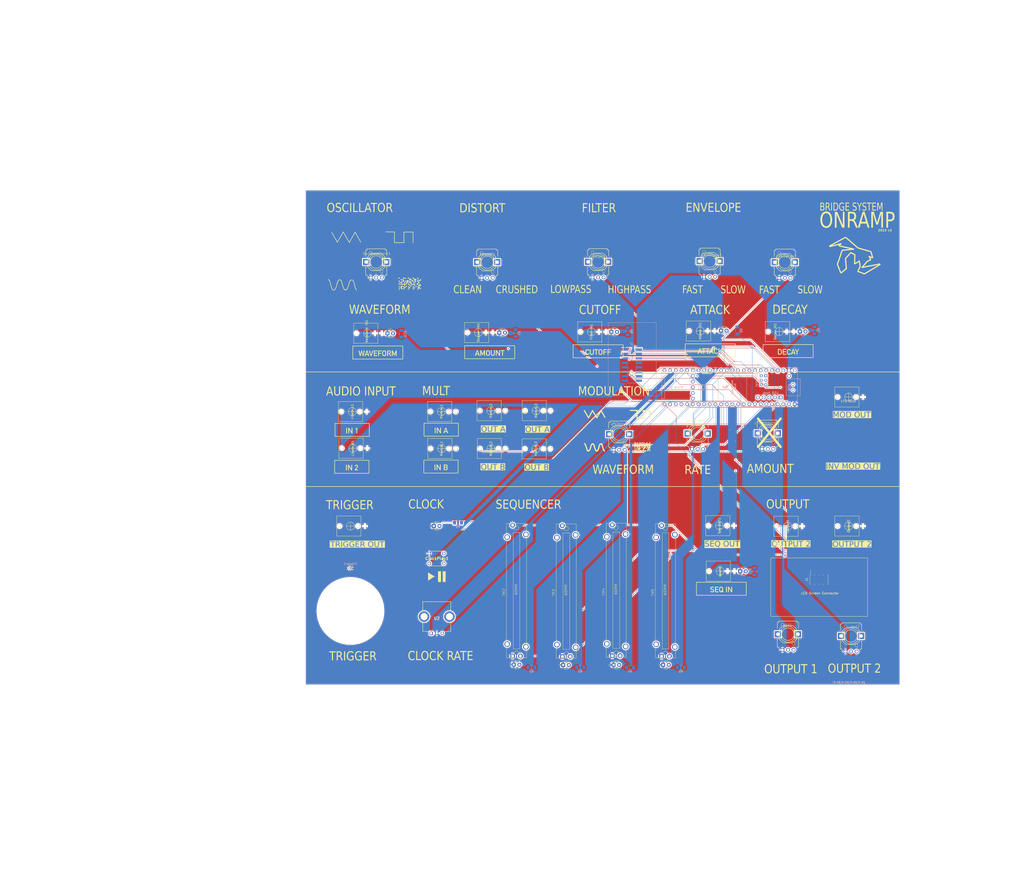
<source format=kicad_pcb>
(kicad_pcb (version 20221018) (generator pcbnew)
  (layers (0 "F.Cu" signal) (31 "B.Cu" signal) (34 "B.Paste" user) (35 "F.Paste" user) (36 "B.SilkS" user "B.Silkscreen") (37 "F.SilkS" user "F.Silkscreen") (38 "B.Mask" user) (39 "F.Mask" user) (44 "Edge.Cuts" user))
  (net 0 "")
  (net 1 "MISO")
  (net 2 "attackIN")
  (net 3 "Net-(Seq1LED1-A)")
  (net 4 "seq1LED")
  (net 5 "Net-(Seq2LED1-A)")
  (net 6 "seq2LED")
  (net 7 "Net-(Seq3LED1-A)")
  (net 8 "seq3LED")
  (net 9 "Net-(Seq4LED1-A)")
  (net 10 "seq4LED")
  (net 11 "Seq1")
  (net 12 "Seq2")
  (net 13 "Seq3")
  (net 14 "Seq4")
  (net 15 "MOSI")
  (net 16 "RS")
  (net 17 "reset")
  (net 18 "CS1")
  (net 19 "+3.3V")
  (net 20 "rotaryA")
  (net 21 "decayIN")
  (net 22 "rotaryB")
  (net 23 "filterIN")
  (net 24 "LFOOUT")
  (net 25 "seqOUT")
  (net 26 "Net-(ClockLED1-A)")
  (net 27 "shaperIN")
  (net 28 "trigOUT")
  (net 29 "waveformIN")
  (net 30 "clockLED")
  (net 31 "EnvAttack")
  (net 32 "EnvDecay")
  (net 33 "Filter")
  (net 37 "LFOAmount")
  (net 38 "LFORate")
  (net 39 "LFOWave")
  (net 40 "OscWaveform")
  (net 42 "Shaper")
  (net 51 "MCLK")
  (net 65 "GND")
  (net 66 "BLCK")
  (net 67 "DIN")
  (net 68 "DOUT")
  (net 69 "LRCLCK")
  (net 70 "SCL")
  (net 71 "SDA")
  (net 74 "Net-(out1-S)")
  (net 75 "Net-(out2-S)")
  (net 77 "clockPLAY")
  (net 80 "Net-(Mult_A_1-Pad1)")
  (net 81 "Net-(Mult_A_1-Pad3)")
  (net 85 "Net-(Mult_B_1-Pad1)")
  (net 86 "Net-(Mult_B_1-Pad3)")
  (net 90 "Headphones_L")
  (net 91 "Headphones_R")
  (net 92 "Linein_L")
  (net 93 "Linein_R")
  (net 94 "Mic")
  (net 95 "Lineout_L")
  (net 96 "Lineout_R")
  (net 97 "seqIN")
  (net 98 "Net-(LED_AttackIN1-A)")
  (net 99 "Net-(LED_DecayIN1-A)")
  (net 100 "Net-(LED_FilterIN1-A)")
  (net 101 "Net-(LED_SeqIN1-A)")
  (net 102 "Net-(LED_ShaperIN1-A)")
  (net 103 "Net-(LED_WaveformIN1-A)")
  (net 104 "Trigger")
  (footprint "Alpha potentiometer eurorack:EVUFXL" (layer "F.Cu") (at 184.7241 49.7606)
    (fp_text reference "LFOAmount1")
    (fp_text value "B10k")
  )
  (footprint "LED_THT:LED_D3.0mm" (layer "F.Cu") (at 163.7013 3.687)
    (fp_text reference "LED_AttackIN1" hide)
    (fp_text value "LED")
  )
  (footprint "LED_THT:LED_D3.0mm" (layer "F.Cu") (at 64.2492 4.5752)
    (fp_text reference "LED_ShaperIN1" hide)
    (fp_text value "LED")
  )
  (footprint "LED_THT:LED_D3.0mm" (layer "F.Cu") (at 172.3187 111.7334)
    (fp_text reference "LED_SeqIN1" hide)
    (fp_text value "LED")
  )
  (footprint "Thonkiconn:PJ301M-12" (layer "F.Cu") (at 80.6397 56.7345 90)
    (fp_text reference "Mult_B_3")
    (fp_text value "PJ301M-12")
  )
  (footprint "Alpha potentiometer eurorack:EVUFXL" (layer "F.Cu") (at 58.7923 -27.0544)
    (fp_text reference "Shaper1")
    (fp_text value "B10k")
  )
  (footprint "Fader Bourne Eurorack:SLIDEPOT-60" (layer "F.Cu") (at 116.7193 120.2746 90)
    (fp_text reference "TM4")
    (fp_text value "B10K")
  )
  (footprint "LED_THT:LED_D3.0mm" (layer "F.Cu") (at 137.7584 153.7379)
    (fp_text reference "Seq4LED1" hide)
    (fp_text value "LED")
  )
  (footprint "Thonkiconn:PJ301M-12" (layer "F.Cu") (at 38.2367 40.0179 90)
    (fp_text reference "Mult_A_1")
    (fp_text value "PJ301M-12")
  )
  (footprint "Alpha potentiometer eurorack:EVUFXL" (layer "F.Cu") (at 108.5658 -27.2134)
    (fp_text reference "Filter1")
    (fp_text value "B10k")
  )
  (footprint "Thonkiconn:PJ301M-12" (layer "F.Cu") (at 154.3775 3.8282 90)
    (fp_text reference "Attack IN1")
    (fp_text value "PJ301M-12")
  )
  (footprint "Fader Bourne Eurorack:SLIDEPOT-60" (layer "F.Cu") (at 138.82 120.5071 90)
    (fp_text reference "TM5")
    (fp_text value "B10K")
  )
  (footprint "Thonkiconn:PJ301M-12" (layer "F.Cu") (at 60.4167 39.6102 90)
    (fp_text reference "Mult_A_2")
    (fp_text value "PJ301M-12")
  )
  (footprint "Fader Bourne Eurorack:SLIDEPOT-60" (layer "F.Cu") (at 94.3025 120.6377 90)
    (fp_text reference "TM3")
    (fp_text value "B10K")
  )
  (footprint "LED_THT:LED_D3.0mm" (layer "F.Cu") (at 92.885 153.8139)
    (fp_text reference "Seq2LED1" hide)
    (fp_text value "LED")
  )
  (footprint "Thonkiconn:PJ301M-12" (layer "F.Cu") (at 220.98 91.44 90)
    (fp_text reference "Output2")
    (fp_text value "PJ301M-12 STEREO R")
  )
  (footprint "Alpha potentiometer eurorack:EVUFXL" (layer "F.Cu") (at 193.7712 139.9833)
    (fp_text reference "out1")
    (fp_text value "A10k")
  )
  (footprint "Thonkiconn:PJ301M-12" (layer "F.Cu") (at 80.7094 39.6321 90)
    (fp_text reference "Mult_A_3")
    (fp_text value "PJ301M-12")
  )
  (footprint "Thonkiconn:PJ301M-12" (layer "F.Cu") (at 163.2953 111.6772 90)
    (fp_text reference "seqIN1")
    (fp_text value "PJ301M-12")
  )
  (footprint "Thonkiconn:PJ301M-12" (layer "F.Cu") (at 220.9632 33.4988 90)
    (fp_text reference "LFO Out1")
    (fp_text value "PJ301M-12")
  )
  (footprint "LED_THT:LED_D3.0mm" (layer "F.Cu") (at 199.1143 4.0667)
    (fp_text reference "LED_DecayIN1" hide)
    (fp_text value "LED")
  )
  (footprint "Alpha potentiometer eurorack:EVUFXL" (layer "F.Cu") (at 192.3834 -27.0218)
    (fp_text reference "EnvDecay1")
    (fp_text value "B10k")
  )
  (footprint "LED_THT:LED_D3.0mm" (layer "F.Cu") (at 70.717 153.6478)
    (fp_text reference "Seq1LED1" hide)
    (fp_text value "LED")
  )
  (footprint "Thonkiconn:PJ301M-12" (layer "F.Cu") (at 193.6634 91.504 90)
    (fp_text reference "Output1")
    (fp_text value "PJ301M-12 STEREO L")
  )
  (footprint "LED_THT:LED_D3.0mm" (layer "F.Cu") (at 115.4955 153.7379)
    (fp_text reference "Seq3LED1" hide)
    (fp_text value "LED")
  )
  (footprint "Thonkiconn:PJ301M-12" (layer "F.Cu") (at -2.54 91.44 90)
    (fp_text reference "Trig OUT1" hide)
    (fp_text value "PJ301M-12")
  )
  (footprint "Thonkiconn:PJ301M-12" (layer "F.Cu") (at -1.7282 40.0434 90)
    (fp_text reference "LineIn_L1")
    (fp_text value "PJ301M-12")
  )
  (footprint "Alpha potentiometer eurorack:EVUFXL" (layer "F.Cu") (at 158.6236 -27.4989)
    (fp_text reference "EnvAttack1")
    (fp_text value "B10k")
  )
  (footprint "PEC11R4015KN0024:PEC11R4015KN0024" (layer "F.Cu") (at 33.68 139.58)
    (fp_text reference "U2")
    (fp_text value "PEC11R-4015K-N0024" hide)
  )
  (footprint "Alpha potentiometer eurorack:EVUFXL" (layer "F.Cu") (at 222.0832 140.7666)
    (fp_text reference "out2")
    (fp_text value "A10k")
  )
  (footprint "Thonkiconn:PJ301M-12" (layer "F.Cu") (at -1.5177 56.4963 90)
    (fp_text reference "LineIn_R1")
    (fp_text value "PJ301M-12")
  )
  (footprint "Alpha potentiometer eurorack:EVUFXL" (layer "F.Cu") (at 9.0188 -27.1506)
    (fp_text reference "OscWaveform1")
    (fp_text value "B10k")
  )
  (footprint "Connector_PinSocket_2.00mm:PinSocket_2x04_P2.00mm_Vertical_SMD" (layer "F.Cu") (at 207.6997 115.4779 90)
    (fp_text reference "J1")
    (fp_text value "LCD Screen Connector")
  )
  (footprint "Thonkiconn:PJ301M-12" (layer "F.Cu") (at 60.4983 56.6529 90)
    (fp_text reference "Mult_B_2")
    (fp_text value "PJ301M-12")
  )
  (footprint "Thonkiconn:PJ301M-12" (layer "F.Cu") (at 163.0384 91.2427 90)
    (fp_text reference "Seq OUT1")
    (fp_text value "PJ301M-12")
  )
  (footprint "Thonkiconn:PJ301M-12" (layer "F.Cu") (at 5.0729 4.8514 90)
    (fp_text reference "Waveform IN1")
    (fp_text value "PJ301M-12")
  )
  (footprint "Thonkiconn:PJ301M-12" (layer "F.Cu") (at 54.8464 4.543 90)
    (fp_text reference "Shaper IN1")
    (fp_text value "PJ301M-12")
  )
  (footprint "LED_THT:LED_D3.0mm" (layer "F.Cu") (at 114.5152 4.1999)
    (fp_text reference "LED_FilterIN1" hide)
    (fp_text value "LED")
  )
  (footprint "Thonkiconn:PJ301M-12" (layer "F.Cu") (at 38.3182 56.6163 90)
    (fp_text reference "Mult_B_1")
    (fp_text value "PJ301M-12")
  )
  (footprint "LED_THT:LED_D3.0mm" (layer "F.Cu") (at 14.042 4.8914)
    (fp_text reference "LED_WaveformIN1" hide)
    (fp_text value "LED")
  )
  (footprint "Fader Bourne Eurorack:SLIDEPOT-60" (layer "F.Cu") (at 71.9715 120.4144 90)
    (fp_text reference "TM2")
    (fp_text value "B10K")
  )
  (footprint "Thonkiconn:PJ301M-12" (layer "F.Cu") (at 105.574 4.2153 90)
    (fp_text reference "Filter IN1")
    (fp_text value "PJ301M-12")
  )
  (footprint "Thonkiconn:PJ301M-12" (layer "F.Cu") (at 189.835 4.1107 90)
    (fp_text reference "Decay IN1")
    (fp_text value "PJ301M-12")
  )
  (footprint "LED_THT:LED_D3.0mm" (layer "F.Cu") (at 34.846 91.4033)
    (fp_text reference "ClockLED1" hide)
    (fp_text value "LED")
  )
  (footprint "Connector_PinHeader_1.00mm:PinHeader_1x02_P1.00mm_Vertical" (layer "F.Cu") (at -2.9933 110.4295 90)
    (fp_text reference "Trigger1")
    (fp_text value "Adafruit 3488")
  )
  (footprint "Alpha potentiometer eurorack:EVUFXL" (layer "F.Cu") (at 118.0469 50.182)
    (fp_text reference "LFOWave1")
    (fp_text value "B10k")
  )
  (footprint "B3W1050:B3W1050" (layer "F.Cu") (at 39.3387 108.2727)
    (fp_text reference "ClockPlay1")
    (fp_text value "B3W-1000" hide)
  )
  (footprint "Alpha potentiometer eurorack:EVUFXL" (layer "F.Cu") (at 153.2379 49.8639)
    (fp_text reference "LFORate1")
    (fp_text value "B10k")
  )
  (footprint "Resistor_SMD:R_1206_3216Metric_Pad1.30x1.75mm_HandSolder" (layer "B.Cu") (at 171.111 3.6053 90)
    (fp_text reference "R9")
    (fp_text value "330")
  )
  (footprint "Resistor_SMD:R_1206_3216Metric_Pad1.30x1.75mm_HandSolder" (layer "B.Cu") (at 122.91 154.94)
    (fp_text reference "R4")
    (fp_text value "330")
  )
  (footprint "Resistor_SMD:R_1206_3216Metric_Pad1.30x1.75mm_HandSolder" (layer "B.Cu") (at 205.74 3.53 90)
    (fp_text reference "R1")
    (fp_text value "330")
  )
  (footprint "Resistor_SMD:R_1206_3216Metric_Pad1.30x1.75mm_HandSolder" (layer "B.Cu") (at 121.92 3.95 90)
    (fp_text reference "R8")
    (fp_text value "330")
  )
  (footprint "Resistor_SMD:R_1206_3216Metric_Pad1.30x1.75mm_HandSolder" (layer "B.Cu") (at 100.61 154.94)
    (fp_text reference "R3")
    (fp_text value "330")
  )
  (footprint "Resistor_SMD:R_1206_3216Metric_Pad1.30x1.75mm_HandSolder" (layer "B.Cu") (at 78.74 154.94)
    (fp_text reference "R2")
    (fp_text value "330")
  )
  (footprint "Resistor_SMD:R_1206_3216Metric_Pad1.30x1.75mm_HandSolder" (layer "B.Cu") (at 71.5634 4.8137 90)
    (fp_text reference "R7")
    (fp_text value "330")
  )
  (footprint "Resistor_SMD:R_1206_3216Metric_Pad1.30x1.75mm_HandSolder" (layer "B.Cu") (at 45.72 89.89)
    (fp_text reference "R6")
    (fp_text value "330")
  )
  (footprint "Resistor_SMD:R_1206_3216Metric_Pad1.30x1.75mm_HandSolder" (layer "B.Cu") (at 178.79 111.76 -90)
    (fp_text reference "R11")
    (fp_text value "330")
  )
  (footprint "teensy:Teensy41" (layer "B.Cu") (at 167.5892 29.1216 180)
    (fp_text reference "U1")
    (fp_text value "Teensy4.1")
  )
  (footprint "Resistor_SMD:R_1206_3216Metric_Pad1.30x1.75mm_HandSolder" (layer "B.Cu") (at 20.32 5.08 90)
    (fp_text reference "R10")
    (fp_text value "330")
  )
  (footprint "Resistor_SMD:R_1206_3216Metric_Pad1.30x1.75mm_HandSolder" (layer "B.Cu") (at 145.77 154.94)
    (fp_text reference "R5")
    (fp_text value "330")
  )
  (footprint "Connector_PinSocket_2.00mm:PinSocket_2x08_P2.00mm_Vertical_SMD" (layer "B.Cu") (at 123.7515 19.1367 180)
    (fp_text reference "J2")
    (fp_text value "Audio Connector")
  )
  (gr_rect (start 113.08235 0) (end 134.62 33.08488) (stroke (width 0.1)) (fill none) (layer "B.SilkS"))
  (gr_curve (pts (xy 230.773576 -31.869197) (xy 230.724188 -31.876252) (xy 230.672148 -31.880663) (xy 230.623641 -31.89301)) (stroke (width 0.5)) (layer "F.SilkS"))
  (gr_curve (pts (xy 216.79564 -23.986378) (xy 216.934988 -23.623898) (xy 217.060222 -23.257891) (xy 217.205744 -22.899822)) (stroke (width 0.5)) (layer "F.SilkS"))
  (gr_line (start 105.854546 54.633888) (end 106.078507 54.561643) (stroke (width 0.5)) (layer "F.SilkS"))
  (gr_curve (pts (xy 230.078602 -22.993308) (xy 230.388163 -23.174989) (xy 230.699493 -23.355787) (xy 231.00641 -23.542759)) (stroke (width 0.5)) (layer "F.SilkS"))
  (gr_curve (pts (xy 220.384272 -37.595662) (xy 220.158494 -37.789689) (xy 219.938889 -37.989892) (xy 219.705174 -38.177745)) (stroke (width 0.5)) (layer "F.SilkS"))
  (gr_curve (pts (xy 227.050888 -24.723683) (xy 227.061473 -24.745732) (xy 227.067646 -24.775718) (xy 227.083519 -24.795121)) (stroke (width 0.5)) (layer "F.SilkS"))
  (gr_curve (pts (xy 217.499432 -35.210884) (xy 217.272772 -35.006273) (xy 217.038172 -34.811364) (xy 216.810631 -34.606753)) (stroke (width 0.5)) (layer "F.SilkS"))
  (gr_line (start 106.772064 55.190178) (end 106.887656 55.681447) (stroke (width 0.5)) (layer "F.SilkS"))
  (gr_curve (pts (xy 231.634352 -29.643169) (xy 231.585845 -29.793981) (xy 231.531168 -29.940384) (xy 231.487949 -30.08855)) (stroke (width 0.5)) (layer "F.SilkS"))
  (gr_curve (pts (xy 223.217957 -32.936349) (xy 223.200318 -32.924002) (xy 223.181797 -32.902835) (xy 223.162395 -32.901072)) (stroke (width 0.5)) (layer "F.SilkS"))
  (gr_curve (pts (xy 221.967361 -36.233939) (xy 221.640161 -36.51528) (xy 221.314724 -36.79662) (xy 220.990168 -37.077961)) (stroke (width 0.5)) (layer "F.SilkS"))
  (gr_curve (pts (xy 225.699751 -33.289128) (xy 225.453686 -33.342044) (xy 225.234082 -33.426711) (xy 225.045348 -33.593398)) (stroke (width 0.5)) (layer "F.SilkS"))
  (gr_curve (pts (xy 218.884966 -23.246427) (xy 219.097515 -23.419287) (xy 219.301244 -23.600968) (xy 219.50762 -23.777357)) (stroke (width 0.5)) (layer "F.SilkS"))
  (gr_line (start -2.107957 -19.097815) (end -2.627383 -18.831767) (stroke (width 0.25)) (layer "F.SilkS"))
  (gr_curve (pts (xy 217.413883 -35.332593) (xy 217.464153 -35.345821) (xy 217.52236 -35.329065) (xy 217.577041 -35.327301)) (stroke (width 0.5)) (layer "F.SilkS"))
  (gr_curve (pts (xy 215.97102 -26.088051) (xy 216.054806 -25.828759) (xy 216.165931 -25.577405) (xy 216.264708 -25.324287)) (stroke (width 0.5)) (layer "F.SilkS"))
  (gr_curve (pts (xy 216.696862 -28.239996) (xy 216.585738 -27.925141) (xy 216.469321 -27.612933) (xy 216.358193 -27.298078)) (stroke (width 0.5)) (layer "F.SilkS"))
  (gr_curve (pts (xy 213.210533 -34.240745) (xy 213.358703 -34.276905) (xy 213.505987 -34.313946) (xy 213.655035 -34.353634)) (stroke (width 0.5)) (layer "F.SilkS"))
  (gr_curve (pts (xy 229.530916 -27.454183) (xy 229.882811 -27.637627) (xy 230.236471 -27.814017) (xy 230.587487 -27.998343)) (stroke (width 0.5)) (layer "F.SilkS"))
  (gr_line (start -5.895962 -16.145958) (end -6.187347 -16.994775) (stroke (width 0.25)) (layer "F.SilkS"))
  (gr_curve (pts (xy 218.539245 -33.976162) (xy 218.687411 -33.940884) (xy 218.83734 -33.910899) (xy 218.988154 -33.876502)) (stroke (width 0.5)) (layer "F.SilkS"))
  (gr_curve (pts (xy 230.587487 -27.998343) (xy 230.933208 -28.180023) (xy 230.92615 -28.172085) (xy 230.749763 -28.508106)) (stroke (width 0.5)) (layer "F.SilkS"))
  (gr_curve (pts (xy 215.104952 -35.76651) (xy 214.645459 -35.515156) (xy 214.187729 -35.2638) (xy 213.726473 -35.014211)) (stroke (width 0.5)) (layer "F.SilkS"))
  (gr_curve (pts (xy 231.742832 -29.278044) (xy 231.722545 -29.401516) (xy 231.673157 -29.52146) (xy 231.634352 -29.643169)) (stroke (width 0.5)) (layer "F.SilkS"))
  (gr_line (start -6.187347 -16.994775) (end -6.390049 -17.856261) (stroke (width 0.25)) (layer "F.SilkS"))
  (gr_curve (pts (xy 232.010063 -24.13278) (xy 232.270235 -24.288003) (xy 232.526881 -24.449398) (xy 232.786172 -24.603739)) (stroke (width 0.5)) (layer "F.SilkS"))
  (gr_line (start 125.8668 56.975954) (end 125.373681 56.156617) (stroke (width 0.5) (type dot)) (layer "F.SilkS"))
  (gr_line (start -9.341906 -15.056432) (end -9.741864 -14.614793) (stroke (width 0.25)) (layer "F.SilkS"))
  (gr_line (start 103.362078 56.288309) (end 103.57159 56.960192) (stroke (width 0.5)) (layer "F.SilkS"))
  (gr_line (start 126.222543 55.725923) (end 131.996657 56.745781) (stroke (width 0.5) (type dot)) (layer "F.SilkS"))
  (gr_curve (pts (xy 234.178764 -25.43453) (xy 234.438936 -25.58887) (xy 234.702634 -25.738801) (xy 234.960161 -25.896669)) (stroke (width 0.5)) (layer "F.SilkS"))
  (gr_line (start 106.078507 54.561643) (end 106.374714 54.597766) (stroke (width 0.5)) (layer "F.SilkS"))
  (gr_line (start 110.145926 54.554418) (end 110.261519 54.742257) (stroke (width 0.5)) (layer "F.SilkS"))
  (gr_curve (pts (xy 226.927417 -32.942523) (xy 226.748383 -32.992794) (xy 226.57023 -33.034245) (xy 226.392078 -33.085398)) (stroke (width 0.5)) (layer "F.SilkS"))
  (gr_line (start 106.074648 39.60765) (end 108.021454 42.80295) (stroke (width 0.5)) (layer "F.SilkS"))
  (gr_line (start 104.864784 57.083009) (end 105.218786 56.172716) (stroke (width 0.5)) (layer "F.SilkS"))
  (gr_line (start 106.67092 54.901197) (end 106.772064 55.190178) (stroke (width 0.5)) (layer "F.SilkS"))
  (gr_line (start 26.340534 -18.796745) (end 27.375472 -17.183459) (stroke (width 0.5) (type dot)) (layer "F.SilkS"))
  (gr_line (start 106.887656 55.681447) (end 107.277782 56.887946) (stroke (width 0.5)) (layer "F.SilkS"))
  (gr_line (start 126.021998 42.972238) (end 128.857563 42.972238) (stroke (width 0.5)) (layer "F.SilkS"))
  (gr_curve (pts (xy 219.50762 -23.777357) (xy 219.590521 -23.847031) (xy 219.670777 -23.918467) (xy 219.760737 -23.976676)) (stroke (width 0.5)) (layer "F.SilkS"))
  (gr_curve (pts (xy 234.779368 -26.193003) (xy 234.744971 -26.181537) (xy 234.712337 -26.166545) (xy 234.677939 -26.163016)) (stroke (width 0.5)) (layer "F.SilkS"))
  (gr_curve (pts (xy 225.045348 -33.593398) (xy 224.844264 -33.771551) (xy 224.636125 -33.944413) (xy 224.433278 -34.119038)) (stroke (width 0.5)) (layer "F.SilkS"))
  (gr_curve (pts (xy 230.653631 -25.406308) (xy 230.45872 -25.367503) (xy 230.266454 -25.318113) (xy 230.070662 -25.282835)) (stroke (width 0.5)) (layer "F.SilkS"))
  (gr_line (start 109.264532 54.973442) (end 109.437921 54.691685) (stroke (width 0.5)) (layer "F.SilkS"))
  (gr_line (start 20.32 -17.78) (end 22.951617 -18.827185) (stroke (width 0.5) (type dot)) (layer "F.SilkS"))
  (gr_line (start 20.323685 -16.067349) (end 25.772332 -16.432621) (stroke (width 0.5) (type dot)) (layer "F.SilkS"))
  (gr_line (start -5.085152 -14.600351) (end -5.376537 -14.866398) (stroke (width 0.25)) (layer "F.SilkS"))
  (gr_poly (pts (xy 35.230296 114.138261) (xy 32.3337 112.377585) (xy 32.3337 115.842141) (xy 35.1735 113.967873)) (stroke (width 0.15)) (fill solid) (layer "F.SilkS"))
  (gr_curve (pts (xy 225.684757 -24.151301) (xy 225.52248 -23.809989) (xy 225.360201 -23.467794) (xy 225.195277 -23.128245)) (stroke (width 0.5)) (layer "F.SilkS"))
  (gr_curve (pts (xy 229.478883 -25.188468) (xy 229.177256 -25.134669) (xy 228.87475 -25.074697) (xy 228.576652 -25.014724)) (stroke (width 0.5)) (layer "F.SilkS"))
  (gr_line (start 131.217809 54.487918) (end 126.729866 54.721425) (stroke (width 0.5) (type dot)) (layer "F.SilkS"))
  (gr_line (start -10.945518 -40.413389) (end -8.429656 -35.99034) (stroke (width 0.25)) (layer "F.SilkS"))
  (gr_line (start 26.249996 -17.259419) (end 28.25282 -16.543712) (stroke (width 0.5) (type dot)) (layer "F.SilkS"))
  (gr_curve (pts (xy 233.213915 -25.898433) (xy 233.121308 -25.877267) (xy 233.025175 -25.86051) (xy 232.930812 -25.841989)) (stroke (width 0.5)) (layer "F.SilkS"))
  (gr_curve (pts (xy 219.527022 -38.194503) (xy 219.121328 -37.978426) (xy 218.720923 -37.751766) (xy 218.318759 -37.528634)) (stroke (width 0.5)) (layer "F.SilkS"))
  (gr_line (start 103.824449 57.632075) (end 104.098982 57.697095) (stroke (width 0.5)) (layer "F.SilkS"))
  (gr_line (start 105.652259 54.879523) (end 105.854546 54.633888) (stroke (width 0.5)) (layer "F.SilkS"))
  (gr_curve (pts (xy 225.30552 -22.876891) (xy 225.600971 -22.77194) (xy 225.891133 -22.659051) (xy 226.182172 -22.545281)) (stroke (width 0.5)) (layer "F.SilkS"))
  (gr_line (start 131.80473 55.911201) (end 125.620241 56.566286) (stroke (width 0.5) (type dot)) (layer "F.SilkS"))
  (gr_curve (pts (xy 222.185202 -33.178885) (xy 222.511521 -33.110974) (xy 222.837839 -33.034245) (xy 223.162395 -32.961043)) (stroke (width 0.5)) (layer "F.SilkS"))
  (gr_curve (pts (xy 216.810631 -34.606753) (xy 216.710972 -34.516795) (xy 216.740077 -34.372155) (xy 216.868841 -34.336878)) (stroke (width 0.5)) (layer "F.SilkS"))
  (gr_line (start 103.57159 56.960192) (end 103.643836 57.422563) (stroke (width 0.5)) (layer "F.SilkS"))
  (gr_curve (pts (xy 226.182172 -22.545281) (xy 226.416772 -22.452676) (xy 226.649605 -22.355662) (xy 226.885964 -22.265704)) (stroke (width 0.5)) (layer "F.SilkS"))
  (gr_line (start 19.204477 -19.896725) (end 29.604269 -19.883676) (stroke (width 0.5) (type dot)) (layer "F.SilkS"))
  (gr_line (start 107.277782 56.887946) (end 107.443946 57.38644) (stroke (width 0.5)) (layer "F.SilkS"))
  (gr_line (start 107.443946 57.38644) (end 107.581213 57.588727) (stroke (width 0.5)) (layer "F.SilkS"))
  (gr_line (start 131.810006 54.075254) (end 129.809199 57.80402) (stroke (width 0.5) (type dot)) (layer "F.SilkS"))
  (gr_curve (pts (xy 226.127492 -25.582697) (xy 226.149542 -25.462753) (xy 226.185702 -25.336635) (xy 226.167181 -25.222863)) (stroke (width 0.5)) (layer "F.SilkS"))
  (gr_line (start -3.073303 -35.909183) (end -0.435706 -40.535124) (stroke (width 0.25)) (layer "F.SilkS"))
  (gr_line (start 25.493909 -40.575703) (end 25.575066 -35.74687) (stroke (width 0.25)) (layer "F.SilkS"))
  (gr_line (start -8.429656 -35.99034) (end -5.792058 -40.616281) (stroke (width 0.25)) (layer "F.SilkS"))
  (gr_curve (pts (xy 232.930812 -25.841989) (xy 232.742953 -25.802301) (xy 232.558627 -25.757322) (xy 232.369012 -25.722044)) (stroke (width 0.5)) (layer "F.SilkS"))
  (gr_line (start 103.051423 55.406915) (end 103.362078 56.288309) (stroke (width 0.5)) (layer "F.SilkS"))
  (gr_curve (pts (xy 219.760737 -23.976676) (xy 219.900085 -24.066634) (xy 220.025319 -24.16012) (xy 219.991807 -24.354148)) (stroke (width 0.5)) (layer "F.SilkS"))
  (gr_curve (pts (xy 218.022423 -22.557628) (xy 218.309056 -22.788697) (xy 218.600981 -23.016239) (xy 218.884966 -23.246427)) (stroke (width 0.5)) (layer "F.SilkS"))
  (gr_curve (pts (xy 216.358193 -27.298078) (xy 216.245306 -26.97705) (xy 216.135944 -26.654259) (xy 216.02482 -26.333231)) (stroke (width 0.5)) (layer "F.SilkS"))
  (gr_curve (pts (xy 229.507103 -22.659051) (xy 229.698485 -22.77194) (xy 229.889869 -22.883065) (xy 230.078602 -22.993308)) (stroke (width 0.5)) (layer "F.SilkS"))
  (gr_line (start 19.62702 -17.848583) (end 28.063159 -17.969966) (stroke (width 0.5) (type dot)) (layer "F.SilkS"))
  (gr_curve (pts (xy 231.666987 -29.125468) (xy 231.706672 -29.163391) (xy 231.751654 -29.230419) (xy 231.742832 -29.278044)) (stroke (width 0.5)) (layer "F.SilkS"))
  (gr_line (start 131.130481 57.125886) (end 125.055141 54.033055) (stroke (width 0.5) (type dot)) (layer "F.SilkS"))
  (gr_curve (pts (xy 217.652008 -31.04105) (xy 217.570867 -30.810863) (xy 217.493258 -30.57803) (xy 217.413883 -30.345196)) (stroke (width 0.5)) (layer "F.SilkS"))
  (gr_line (start 109.640208 54.547194) (end 109.900292 54.503847) (stroke (width 0.5)) (layer "F.SilkS"))
  (gr_line (start 109.900292 54.503847) (end 110.145926 54.554418) (stroke (width 0.5)) (layer "F.SilkS"))
  (gr_rect (start 36.87738 111.866421) (end 37.956504 116.410102) (stroke (width 0.25)) (fill solid) (layer "F.SilkS"))
  (gr_line (start 243.770753 22.21552) (end -22.871363 22.21552) (stroke (width 0.25)) (layer "F.SilkS"))
  (gr_line (start 110.832258 56.67121) (end 110.933401 57.06856) (stroke (width 0.5)) (layer "F.SilkS"))
  (gr_line (start 20.171488 -15.712223) (end 20.32 -17.78) (stroke (width 0.5) (type dot)) (layer "F.SilkS"))
  (gr_line (start 106.374714 54.597766) (end 106.67092 54.901197) (stroke (width 0.5)) (layer "F.SilkS"))
  (gr_curve (pts (xy 234.960161 -25.896669) (xy 235.033363 -25.941649) (xy 235.093336 -26.014849) (xy 235.034251 -26.108336)) (stroke (width 0.5)) (layer "F.SilkS"))
  (gr_curve (pts (xy 231.361833 -23.7606) (xy 231.577905 -23.884954) (xy 231.795747 -24.006662) (xy 232.010063 -24.13278)) (stroke (width 0.5)) (layer "F.SilkS"))
  (gr_line (start 22.951617 -18.827185) (end 26.340534 -18.796745) (stroke (width 0.5) (type dot)) (layer "F.SilkS"))
  (gr_curve (pts (xy 223.756825 -29.361829) (xy 223.739186 -28.722418) (xy 223.724194 -28.080364) (xy 223.712729 -27.436543)) (stroke (width 0.5)) (layer "F.SilkS"))
  (gr_line (start 28.816269 -15.275925) (end 20.181635 -19.21275) (stroke (width 0.5) (type dot)) (layer "F.SilkS"))
  (gr_line (start -5.604577 -15.335148) (end -5.895962 -16.145958) (stroke (width 0.25)) (layer "F.SilkS"))
  (gr_curve (pts (xy 216.264708 -25.324287) (xy 216.367896 -25.053531) (xy 216.470203 -24.78542) (xy 216.576917 -24.519072)) (stroke (width 0.5)) (layer "F.SilkS"))
  (gr_curve (pts (xy 222.57943 -35.708302) (xy 222.37482 -35.88469) (xy 222.170207 -36.059315) (xy 221.967361 -36.233939)) (stroke (width 0.5)) (layer "F.SilkS"))
  (gr_line (start 129.236487 54.147544) (end 126.258329 54.135766) (stroke (width 0.5) (type dot)) (layer "F.SilkS"))
  (gr_line (start -10.501998 -14.6528) (end -10.742708 -15.00753) (stroke (width 0.25)) (layer "F.SilkS"))
  (gr_curve (pts (xy 216.868841 -34.336878) (xy 217.079625 -34.280432) (xy 217.292174 -34.240745) (xy 217.506487 -34.19753)) (stroke (width 0.5)) (layer "F.SilkS"))
  (gr_line (start 17.215909 -40.616281) (end 17.215909 -35.828027) (stroke (width 0.25)) (layer "F.SilkS"))
  (gr_curve (pts (xy 226.392078 -33.085398) (xy 226.161007 -33.150661) (xy 225.934348 -33.240621) (xy 225.699751 -33.289128)) (stroke (width 0.5)) (layer "F.SilkS"))
  (gr_curve (pts (xy 231.530279 -29.099009) (xy 231.567321 -29.084016) (xy 231.636997 -29.097246) (xy 231.666987 -29.125468)) (stroke (width 0.5)) (layer "F.SilkS"))
  (gr_line (start 180.34 43.18) (end 190.5 55.88) (stroke (width 1)) (layer "F.SilkS"))
  (gr_line (start 19.282769 -15.956026) (end 29.682561 -15.942977) (stroke (width 0.5) (type dot)) (layer "F.SilkS"))
  (gr_curve (pts (xy 216.612195 -35.119162) (xy 216.879426 -35.192363) (xy 217.146653 -35.265565) (xy 217.413883 -35.332593)) (stroke (width 0.5)) (layer "F.SilkS"))
  (gr_curve (pts (xy 223.712729 -27.436543) (xy 223.706555 -27.136682) (xy 223.710966 -26.836822) (xy 223.710966 -26.534315)) (stroke (width 0.5)) (layer "F.SilkS"))
  (gr_line (start -10.121931 -14.500773) (end -10.501998 -14.6528) (stroke (width 0.25)) (layer "F.SilkS"))
  (gr_line (start 122.974824 39.501845) (end 126.043159 39.501845) (stroke (width 0.5)) (layer "F.SilkS"))
  (gr_curve (pts (xy 216.02482 -26.333231) (xy 215.997481 -26.252975) (xy 215.948974 -26.155079) (xy 215.97102 -26.088051)) (stroke (width 0.5)) (layer "F.SilkS"))
  (gr_curve (pts (xy 223.162395 -32.961043) (xy 223.181797 -32.957516) (xy 223.200318 -32.94605) (xy 223.217957 -32.936349)) (stroke (width 0.5)) (layer "F.SilkS"))
  (gr_line (start 24.524318 -17.92415) (end 28.562608 -18.664841) (stroke (width 0.5) (type dot)) (layer "F.SilkS"))
  (gr_curve (pts (xy 227.083519 -24.795121) (xy 227.205228 -24.948579) (xy 227.326937 -25.104683) (xy 227.453938 -25.254614)) (stroke (width 0.5)) (layer "F.SilkS"))
  (gr_line (start 28.816269 -16.574671) (end 28.816269 -15.275925) (stroke (width 0.5) (type dot)) (layer "F.SilkS"))
  (gr_curve (pts (xy 232.786172 -24.603739) (xy 232.996073 -24.728975) (xy 233.211271 -24.847155) (xy 233.422936 -24.975037)) (stroke (width 0.5)) (layer "F.SilkS"))
  (gr_line (start -8.100353 -18.629065) (end -8.3664 -18.046295) (stroke (width 0.25)) (layer "F.SilkS"))
  (gr_curve (pts (xy 223.944681 -26.372919) (xy 224.063742 -26.44612) (xy 224.183687 -26.515794) (xy 224.298341 -26.594287)) (stroke (width 0.5)) (layer "F.SilkS"))
  (gr_curve (pts (xy 217.439459 -37.046212) (xy 216.979084 -36.793093) (xy 216.520473 -36.543502) (xy 216.06098 -36.292148)) (stroke (width 0.5)) (layer "F.SilkS"))
  (gr_curve (pts (xy 217.898952 -31.777475) (xy 217.815166 -31.533176) (xy 217.734028 -31.287114) (xy 217.652008 -31.04105)) (stroke (width 0.5)) (layer "F.SilkS"))
  (gr_line (start 102.524031 54.359356) (end 102.863585 54.8434) (stroke (width 0.5)) (layer "F.SilkS"))
  (gr_curve (pts (xy 223.814154 -34.651732) (xy 223.609541 -34.82812) (xy 223.404931 -35.000982) (xy 223.200318 -35.175607)) (stroke (width 0.5)) (layer "F.SilkS"))
  (gr_curve (pts (xy 220.006798 -33.651607) (xy 220.177014 -33.614565) (xy 220.345464 -33.573113) (xy 220.514799 -33.536955)) (stroke (width 0.5)) (layer "F.SilkS"))
  (gr_curve (pts (xy 219.609041 -28.589246) (xy 219.609923 -28.710953) (xy 219.742216 -28.838835) (xy 219.832175 -28.949078)) (stroke (width 0.5)) (layer "F.SilkS"))
  (gr_curve (pts (xy 217.205744 -22.899822) (xy 217.284238 -22.70844) (xy 217.387422 -22.524114) (xy 217.49061 -22.345961)) (stroke (width 0.5)) (layer "F.SilkS"))
  (gr_line (start 20.32 -15.24) (end 24.250364 -19.659194) (stroke (width 0.5) (type dot)) (layer "F.SilkS"))
  (gr_curve (pts (xy 224.298341 -26.594287) (xy 224.744605 -26.89062) (xy 225.189103 -27.193127) (xy 225.64066 -27.487697)) (stroke (width 0.5)) (layer "F.SilkS"))
  (gr_line (start 111.28018 57.574278) (end 111.431895 57.725994) (stroke (width 0.5)) (layer "F.SilkS"))
  (gr_curve (pts (xy 225.829397 -27.231932) (xy 225.870846 -27.023793) (xy 225.919353 -26.815655) (xy 225.954631 -26.605752)) (stroke (width 0.5)) (layer "F.SilkS"))
  (gr_line (start 243.782116 73.66) (end -22.86 73.66) (stroke (width 0.25)) (layer "F.SilkS"))
  (gr_line (start 107.776275 57.689871) (end 108.094155 57.711545) (stroke (width 0.5)) (layer "F.SilkS"))
  (gr_line (start 108.021454 42.80295) (end 109.883615 39.544167) (stroke (width 0.5)) (layer "F.SilkS"))
  (gr_curve (pts (xy 231.798391 -25.624148) (xy 231.599074 -25.586225) (xy 231.4024 -25.539482) (xy 231.203083 -25.50244)) (stroke (width 0.5)) (layer "F.SilkS"))
  (gr_curve (pts (xy 217.744612 -22.323912) (xy 217.831042 -22.405933) (xy 217.927175 -22.485309) (xy 218.022423 -22.557628)) (stroke (width 0.5)) (layer "F.SilkS"))
  (gr_line (start 108.513179 57.343093) (end 108.672119 57.010764) (stroke (width 0.5)) (layer "F.SilkS"))
  (gr_curve (pts (xy 221.669262 -33.27237) (xy 221.84036 -33.235329) (xy 222.014105 -33.214162) (xy 222.185202 -33.178885)) (stroke (width 0.5)) (layer "F.SilkS"))
  (gr_line (start 24.250364 -19.659194) (end 24.524318 -17.92415) (stroke (width 0.5) (type dot)) (layer "F.SilkS"))
  (gr_line (start 125.055141 54.033055) (end 127.461516 57.686636) (stroke (width 0.5) (type dot)) (layer "F.SilkS"))
  (gr_line (start -11.832234 -18.49148) (end -12.237639 -19.061582) (stroke (width 0.25)) (layer "F.SilkS"))
  (gr_curve (pts (xy 216.06098 -36.292148) (xy 215.741716 -36.117523) (xy 215.424216 -35.941135) (xy 215.104952 -35.76651)) (stroke (width 0.5)) (layer "F.SilkS"))
  (gr_curve (pts (xy 225.195277 -23.128245) (xy 225.139715 -23.018002) (xy 225.191751 -22.918343) (xy 225.30552 -22.876891)) (stroke (width 0.5)) (layer "F.SilkS"))
  (gr_curve (pts (xy 214.821849 -34.648203) (xy 215.024696 -34.698475) (xy 215.22578 -34.758446) (xy 215.42686 -34.811364)) (stroke (width 0.5)) (layer "F.SilkS"))
  (gr_curve (pts (xy 226.047235 -25.935475) (xy 226.066637 -25.81553) (xy 226.107208 -25.700877) (xy 226.127492 -25.582697)) (stroke (width 0.5)) (layer "F.SilkS"))
  (gr_curve (pts (xy 228.843882 -26.843878) (xy 228.964709 -26.986751) (xy 229.074953 -27.138447) (xy 229.209005 -27.266329)) (stroke (width 0.5)) (layer "F.SilkS"))
  (gr_curve (pts (xy 226.885964 -22.265704) (xy 227.179652 -22.151051) (xy 227.47334 -22.036398) (xy 227.769672 -21.92792)) (stroke (width 0.5)) (layer "F.SilkS"))
  (gr_line (start 111.056219 57.292521) (end 111.28018 57.574278) (stroke (width 0.5)) (layer "F.SilkS"))
  (gr_curve (pts (xy 219.527022 -33.754795) (xy 219.687535 -33.721281) (xy 219.847167 -33.686885) (xy 220.006798 -33.651607)) (stroke (width 0.5)) (layer "F.SilkS"))
  (gr_curve (pts (xy 217.413883 -30.345196) (xy 217.330979 -30.108836) (xy 217.248959 -29.87071) (xy 217.167821 -29.632585)) (stroke (width 0.5)) (layer "F.SilkS"))
  (gr_line (start 28.237921 -15.478854) (end 20.171488 -15.712223) (stroke (width 0.5) (type dot)) (layer "F.SilkS"))
  (gr_rect (start 38.978833 111.866421) (end 40.057957 116.410102) (stroke (width 0.25)) (fill solid) (layer "F.SilkS"))
  (gr_curve (pts (xy 218.988154 -33.876502) (xy 219.167188 -33.837697) (xy 219.346222 -33.796245) (xy 219.527022 -33.754795)) (stroke (width 0.5)) (layer "F.SilkS"))
  (gr_curve (pts (xy 218.090333 -32.308405) (xy 218.018898 -32.135544) (xy 217.959806 -31.955627) (xy 217.898952 -31.777475)) (stroke (width 0.5)) (layer "F.SilkS"))
  (gr_line (start 20.983205 -19.283775) (end 20.607786 -15.17446) (stroke (width 0.5) (type dot)) (layer "F.SilkS"))
  (gr_line (start 104.098982 57.697095) (end 104.387964 57.668197) (stroke (width 0.5)) (layer "F.SilkS"))
  (gr_curve (pts (xy 221.008689 -33.438176) (xy 221.230938 -33.387024) (xy 221.448776 -33.323523) (xy 221.669262 -33.27237)) (stroke (width 0.5)) (layer "F.SilkS"))
  (gr_curve (pts (xy 221.894159 -31.272121) (xy 221.91709 -31.298579) (xy 221.985881 -31.305635) (xy 222.022923 -31.290641)) (stroke (width 0.5)) (layer "F.SilkS"))
  (gr_line (start 21.436066 -40.575703) (end 25.493909 -40.575703) (stroke (width 0.25)) (layer "F.SilkS"))
  (gr_line (start 109.437921 54.691685) (end 109.640208 54.547194) (stroke (width 0.5)) (layer "F.SilkS"))
  (gr_rect (start 186.015958 105.721698) (end 229.486475 131.950745) (stroke (width 0.15)) (fill none) (layer "F.SilkS"))
  (gr_line (start 128.561993 57.598598) (end 129.016856 54.862081) (stroke (width 0.5) (type dot)) (layer "F.SilkS"))
  (gr_curve (pts (xy 220.990168 -37.077961) (xy 220.788203 -37.250821) (xy 220.586237 -37.421037) (xy 220.384272 -37.595662)) (stroke (width 0.5)) (layer "F.SilkS"))
  (gr_line (start 131.812067 56.300036) (end 130.134002 55.213528) (stroke (width 0.5) (type dot)) (layer "F.SilkS"))
  (gr_line (start 126.864419 56.701459) (end 131.996657 56.745781) (stroke (width 0.5) (type dot)) (layer "F.SilkS"))
  (gr_line (start 26.076726 -19.496851) (end 20.323685 -16.067349) (stroke (width 0.5) (type dot)) (layer "F.SilkS"))
  (gr_line (start -3.501538 -16.259978) (end -3.906943 -15.30981) (stroke (width 0.25)) (layer "F.SilkS"))
  (gr_curve (pts (xy 219.860395 -25.595926) (xy 219.847167 -25.742328) (xy 219.830409 -25.888732) (xy 219.818062 -26.036898)) (stroke (width 0.5)) (layer "F.SilkS"))
  (gr_line (start 20.475882 -18.279277) (end 26.249996 -17.259419) (stroke (width 0.5) (type dot)) (layer "F.SilkS"))
  (gr_line (start 108.094155 57.711545) (end 108.310892 57.603176) (stroke (width 0.5)) (layer "F.SilkS"))
  (gr_curve (pts (xy 228.529911 -32.499787) (xy 228.289138 -32.566815) (xy 228.047486 -32.619732) (xy 227.80495 -32.686759)) (stroke (width 0.5)) (layer "F.SilkS"))
  (gr_curve (pts (xy 222.819319 -30.92728) (xy 223.12359 -30.776467) (xy 223.425215 -30.621245) (xy 223.725957 -30.461613)) (stroke (width 0.5)) (layer "F.SilkS"))
  (gr_curve (pts (xy 225.64066 -27.487697) (xy 225.677701 -27.509745) (xy 225.766776 -27.607641) (xy 225.797647 -27.46653)) (stroke (width 0.5)) (layer "F.SilkS"))
  (gr_line (start -10.94541 -15.577631) (end -11.41416 -16.844522) (stroke (width 0.25)) (layer "F.SilkS"))
  (gr_curve (pts (xy 223.710966 -26.534315) (xy 223.71361 -26.409961) (xy 223.851195 -26.314711) (xy 223.944681 -26.372919)) (stroke (width 0.5)) (layer "F.SilkS"))
  (gr_line (start 128.857563 42.972238) (end 128.857563 39.628811) (stroke (width 0.5)) (layer "F.SilkS"))
  (gr_line (start -6.390049 -17.856261) (end -6.592752 -18.591058) (stroke (width 0.25)) (layer "F.SilkS"))
  (gr_line (start 108.310892 57.603176) (end 108.513179 57.343093) (stroke (width 0.5)) (layer "F.SilkS"))
  (gr_curve (pts (xy 233.422936 -24.975037) (xy 233.676056 -25.124968) (xy 233.927407 -25.282835) (xy 234.178764 -25.43453)) (stroke (width 0.5)) (layer "F.SilkS"))
  (gr_curve (pts (xy 223.162395 -32.901072) (xy 222.866063 -32.869321) (xy 222.567965 -32.841099) (xy 222.271632 -32.811113)) (stroke (width 0.5)) (layer "F.SilkS"))
  (gr_curve (pts (xy 213.726473 -35.014211) (xy 213.363995 -34.818419) (xy 212.996221 -34.627038) (xy 212.63639 -34.4286)) (stroke (width 0.5)) (layer "F.SilkS"))
  (gr_line (start 17.215909 -35.828027) (end 21.436066 -35.828027) (stroke (width 0.25)) (layer "F.SilkS"))
  (gr_line (start 107.581213 57.588727) (end 107.776275 57.689871) (stroke (width 0.5)) (layer "F.SilkS"))
  (gr_curve (pts (xy 217.49061 -22.345961) (xy 217.554112 -22.239246) (xy 217.644953 -22.22778) (xy 217.744612 -22.323912)) (stroke (width 0.5)) (layer "F.SilkS"))
  (gr_curve (pts (xy 228.313832 -24.963572) (xy 228.122451 -24.922121) (xy 227.931951 -24.880669) (xy 227.74057 -24.841863)) (stroke (width 0.5)) (layer "F.SilkS"))
  (gr_line (start -1.550525 -18.996463) (end -2.107957 -19.097815) (stroke (width 0.25)) (layer "F.SilkS"))
  (gr_curve (pts (xy 227.74057 -24.841863) (xy 227.538605 -24.798648) (xy 227.335758 -24.758961) (xy 227.133793 -24.719273)) (stroke (width 0.5)) (layer "F.SilkS"))
  (gr_curve (pts (xy 215.42686 -34.811364) (xy 215.621771 -34.861634) (xy 215.814918 -34.903086) (xy 216.006299 -34.954238)) (stroke (width 0.5)) (layer "F.SilkS"))
  (gr_curve (pts (xy 217.167821 -29.632585) (xy 217.08668 -29.401516) (xy 217.008189 -29.168683) (xy 216.928814 -28.93585)) (stroke (width 0.5)) (layer "F.SilkS"))
  (gr_curve (pts (xy 212.786319 -34.135794) (xy 212.915964 -34.19753) (xy 213.06766 -34.207231) (xy 213.210533 -34.240745)) (stroke (width 0.5)) (layer "F.SilkS"))
  (gr_line (start 110.261519 54.742257) (end 110.398785 55.00234) (stroke (width 0.5)) (layer "F.SilkS"))
  (gr_curve (pts (xy 225.954631 -26.605752) (xy 225.991673 -26.384385) (xy 226.012841 -26.158606) (xy 226.047235 -25.935475)) (stroke (width 0.5)) (layer "F.SilkS"))
  (gr_curve (pts (xy 218.650369 -32.458335) (xy 218.503966 -32.445107) (xy 218.3558 -32.435405) (xy 218.21116 -32.409828)) (stroke (width 0.5)) (layer "F.SilkS"))
  (gr_curve (pts (xy 219.684006 -27.532676) (xy 219.654023 -27.885454) (xy 219.602868 -28.238231) (xy 219.609041 -28.589246)) (stroke (width 0.5)) (layer "F.SilkS"))
  (gr_curve (pts (xy 220.514799 -33.536955) (xy 220.680604 -33.501676) (xy 220.845528 -33.475217) (xy 221.008689 -33.438176)) (stroke (width 0.5)) (layer "F.SilkS"))
  (gr_curve (pts (xy 220.411611 -29.615829) (xy 220.659439 -29.895405) (xy 220.909027 -30.174982) (xy 221.157736 -30.454558)) (stroke (width 0.5)) (layer "F.SilkS"))
  (gr_line (start 110.673318 55.95598) (end 110.832258 56.67121) (stroke (width 0.5)) (layer "F.SilkS"))
  (gr_curve (pts (xy 228.120688 -21.845016) (xy 228.314713 -21.91469) (xy 228.486696 -22.0461) (xy 228.66573 -22.154579)) (stroke (width 0.5)) (layer "F.SilkS"))
  (gr_curve (pts (xy 228.576652 -25.014724) (xy 228.487577 -24.997086) (xy 228.401147 -24.980329) (xy 228.313832 -24.963572)) (stroke (width 0.5)) (layer "F.SilkS"))
  (gr_curve (pts (xy 216.576917 -24.519072) (xy 216.647474 -24.340919) (xy 216.726849 -24.16453) (xy 216.79564 -23.986378)) (stroke (width 0.5)) (layer "F.SilkS"))
  (gr_curve (pts (xy 228.810366 -26.789197) (xy 228.822714 -26.805954) (xy 228.830654 -26.828884) (xy 228.843882 -26.843878)) (stroke (width 0.5)) (layer "F.SilkS"))
  (gr_line (start 28.25282 -16.543712) (end 20.120139 -17.029246) (stroke (width 0.5) (type dot)) (layer "F.SilkS"))
  (gr_line (start -7.31488 -19.135821) (end -7.78363 -19.072477) (stroke (width 0.25)) (layer "F.SilkS"))
  (gr_curve (pts (xy 224.433278 -34.119038) (xy 224.226902 -34.29719) (xy 224.020526 -34.473578) (xy 223.814154 -34.651732)) (stroke (width 0.5)) (layer "F.SilkS"))
  (gr_line (start 109.026122 55.609202) (end 109.264532 54.973442) (stroke (width 0.5)) (layer "F.SilkS"))
  (gr_line (start 20.181635 -19.21275) (end 20.983205 -19.283775) (stroke (width 0.5) (type dot)) (layer "F.SilkS"))
  (gr_line (start 125.055141 55.852509) (end 126.346367 57.701309) (stroke (width 0.5) (type dot)) (layer "F.SilkS"))
  (gr_curve (pts (xy 221.157736 -30.454558) (xy 221.402035 -30.726197) (xy 221.644568 -31.002246) (xy 221.894159 -31.272121)) (stroke (width 0.5)) (layer "F.SilkS"))
  (gr_line (start -0.29993 -15.237721) (end -0.624558 -16.29276) (stroke (width 0.25)) (layer "F.SilkS"))
  (gr_curve (pts (xy 234.094978 -26.066884) (xy 233.80129 -26.014849) (xy 233.507603 -25.953996) (xy 233.213915 -25.898433)) (stroke (width 0.5)) (layer "F.SilkS"))
  (gr_line (start 110.398785 55.00234) (end 110.463806 55.305771) (stroke (width 0.5)) (layer "F.SilkS"))
  (gr_line (start -1.152077 -18.402838) (end -1.550525 -18.996463) (stroke (width 0.25)) (layer "F.SilkS"))
  (gr_line (start -5.376537 -14.866398) (end -5.604577 -15.335148) (stroke (width 0.25)) (layer "F.SilkS"))
  (gr_curve (pts (xy 230.070662 -25.282835) (xy 229.873989 -25.244913) (xy 229.675556 -25.224627) (xy 229.478883 -25.188468)) (stroke (width 0.5)) (layer "F.SilkS"))
  (gr_line (start -12.237639 -19.061582) (end -12.567031 -19.340298) (stroke (width 0.25)) (layer "F.SilkS"))
  (gr_line (start -2.944105 -18.210991) (end -3.248159 -17.324167) (stroke (width 0.25)) (layer "F.SilkS"))
  (gr_curve (pts (xy 222.271632 -32.811113) (xy 221.99911 -32.782891) (xy 221.729235 -32.751141) (xy 221.456716 -32.72292)) (stroke (width 0.5)) (layer "F.SilkS"))
  (gr_line (start 231.00641 -23.542759) (end 231.361833 -23.7606) (stroke (width 0.5)) (layer "F.SilkS"))
  (gr_line (start -8.3664 -18.046295) (end -8.556433 -17.362174) (stroke (width 0.25)) (layer "F.SilkS"))
  (gr_line (start 109.883615 39.544167) (end 111.661133 42.57018) (stroke (width 0.5)) (layer "F.SilkS"))
  (gr_curve (pts (xy 231.297446 -30.765885) (xy 231.233066 -30.987253) (xy 231.166923 -31.20862) (xy 231.088426 -31.424697)) (stroke (width 0.5)) (layer "F.SilkS"))
  (gr_curve (pts (xy 219.705174 -38.177745) (xy 219.66637 -38.209495) (xy 219.571118 -38.219198) (xy 219.527022 -38.194503)) (stroke (width 0.5)) (layer "F.SilkS"))
  (gr_line (start -11.41416 -16.844522) (end -11.578856 -17.731346) (stroke (width 0.25)) (layer "F.SilkS"))
  (gr_line (start 131.760711 55.03082) (end 129.677142 55.837836) (stroke (width 0.5) (type dot)) (layer "F.SilkS"))
  (gr_line (start 104.387964 57.668197) (end 104.611925 57.458685) (stroke (width 0.5)) (layer "F.SilkS"))
  (gr_line (start 131.599307 56.938312) (end 130.601542 54.150439) (stroke (width 0.5) (type dot)) (layer "F.SilkS"))
  (gr_curve (pts (xy 225.797647 -27.46653) (xy 225.81352 -27.389801) (xy 225.81352 -27.311307) (xy 225.829397 -27.231932)) (stroke (width 0.5)) (layer "F.SilkS"))
  (gr_curve (pts (xy 216.006299 -34.954238) (xy 216.210027 -35.006273) (xy 216.41023 -35.064481) (xy 216.612195 -35.119162)) (stroke (width 0.5)) (layer "F.SilkS"))
  (gr_line (start 125.928296 54.79245) (end 126.729866 54.721425) (stroke (width 0.5) (type dot)) (layer "F.SilkS"))
  (gr_line (start -6.592752 -18.591058) (end -6.871468 -18.958457) (stroke (width 0.25)) (layer "F.SilkS"))
  (gr_line (start 104.29713 42.824111) (end 106.074648 39.60765) (stroke (width 0.5)) (layer "F.SilkS"))
  (gr_line (start 102.863585 54.8434) (end 103.051423 55.406915) (stroke (width 0.5)) (layer "F.SilkS"))
  (gr_curve (pts (xy 227.133793 -24.719273) (xy 227.109098 -24.713982) (xy 227.079112 -24.721919) (xy 227.050888 -24.723683)) (stroke (width 0.5)) (layer "F.SilkS"))
  (gr_curve (pts (xy 234.677939 -26.163016) (xy 234.484799 -26.128621) (xy 234.288126 -26.103044) (xy 234.094978 -26.066884)) (stroke (width 0.5)) (layer "F.SilkS"))
  (gr_line (start -11.578856 -17.731346) (end -11.832234 -18.49148) (stroke (width 0.25)) (layer "F.SilkS"))
  (gr_curve (pts (xy 226.020778 -24.880669) (xy 225.90789 -24.637253) (xy 225.797647 -24.392954) (xy 225.684757 -24.151301)) (stroke (width 0.5)) (layer "F.SilkS"))
  (gr_curve (pts (xy 217.577041 -35.327301) (xy 217.550583 -35.287613) (xy 217.533825 -35.239106) (xy 217.499432 -35.210884)) (stroke (width 0.5)) (layer "F.SilkS"))
  (gr_line (start 20.607786 -15.17446) (end 20.32 -15.24) (stroke (width 0.5) (type dot)) (layer "F.SilkS"))
  (gr_line (start -0.624558 -16.29276) (end -0.82745 -17.307221) (stroke (width 0.25)) (layer "F.SilkS"))
  (gr_line (start -6.871468 -18.958457) (end -7.31488 -19.135821) (stroke (width 0.25)) (layer "F.SilkS"))
  (gr_line (start -3.906943 -15.30981) (end -4.210997 -14.84106) (stroke (width 0.25)) (layer "F.SilkS"))
  (gr_curve (pts (xy 218.009195 -34.10228) (xy 218.186466 -34.062592) (xy 218.361974 -34.01585) (xy 218.539245 -33.976162)) (stroke (width 0.5)) (layer "F.SilkS"))
  (gr_curve (pts (xy 212.63639 -34.4286) (xy 212.557896 -34.387148) (xy 212.483813 -34.312183) (xy 212.541139 -34.214288)) (stroke (width 0.5)) (layer "F.SilkS"))
  (gr_curve (pts (xy 229.219589 -32.289002) (xy 228.988519 -32.355149) (xy 228.760096 -32.435405) (xy 228.529911 -32.499787)) (stroke (width 0.5)) (layer "F.SilkS"))
  (gr_line (start 27.375472 -17.183459) (end 27.832063 -19.0707) (stroke (width 0.5) (type dot)) (layer "F.SilkS"))
  (gr_line (start 105.218786 56.172716) (end 105.356053 55.544181) (stroke (width 0.5)) (layer "F.SilkS"))
  (gr_line (start 131.863422 57.569252) (end 131.760711 55.03082) (stroke (width 0.5) (type dot)) (layer "F.SilkS"))
  (gr_line (start 129.997025 54.346006) (end 130.270979 56.08105) (stroke (width 0.5) (type dot)) (layer "F.SilkS"))
  (gr_curve (pts (xy 213.655035 -34.353634) (xy 213.839361 -34.402141) (xy 214.022806 -34.456822) (xy 214.209779 -34.503565)) (stroke (width 0.5)) (layer "F.SilkS"))
  (gr_curve (pts (xy 219.991807 -24.354148) (xy 219.980341 -24.415884) (xy 219.955647 -24.475856) (xy 219.949473 -24.539357)) (stroke (width 0.5)) (layer "F.SilkS"))
  (gr_line (start 126.388266 56.909017) (end 127.38247 55.701608) (stroke (width 0.5) (type dot)) (layer "F.SilkS"))
  (gr_curve (pts (xy 212.541139 -34.214288) (xy 212.593175 -34.127857) (xy 212.660203 -34.077586) (xy 212.786319 -34.135794)) (stroke (width 0.5)) (layer "F.SilkS"))
  (gr_line (start 190.5 43.18) (end 180.34 55.88) (stroke (width 1)) (layer "F.SilkS"))
  (gr_line (start 28.063159 -17.969966) (end 28.237921 -15.478854) (stroke (width 0.5) (type dot)) (layer "F.SilkS"))
  (gr_line (start 0.18701 -14.547888) (end -0.29993 -15.237721) (stroke (width 0.25)) (layer "F.SilkS"))
  (gr_curve (pts (xy 226.167181 -25.222863) (xy 226.14866 -25.102919) (xy 226.072811 -24.993558) (xy 226.020778 -24.880669)) (stroke (width 0.5)) (layer "F.SilkS"))
  (gr_line (start -8.94917 -15.955924) (end -9.341906 -15.056432) (stroke (width 0.25)) (layer "F.SilkS"))
  (gr_curve (pts (xy 218.21116 -32.409828) (xy 218.166182 -32.401891) (xy 218.109735 -32.353384) (xy 218.090333 -32.308405)) (stroke (width 0.5)) (layer "F.SilkS"))
  (gr_line (start -5.792058 -40.616281) (end -3.073303 -35.909183) (stroke (width 0.25)) (layer "F.SilkS"))
  (gr_curve (pts (xy 227.80495 -32.686759) (xy 227.512144 -32.767898) (xy 227.221986 -32.857857) (xy 226.927417 -32.942523)) (stroke (width 0.5)) (layer "F.SilkS"))
  (gr_line (start 125.055141 57.466541) (end 131.80473 55.911201) (stroke (width 0.5) (type dot)) (layer "F.SilkS"))
  (gr_line (start 131.883576 39.628811) (end 131.883576 42.951077) (stroke (width 0.5)) (layer "F.SilkS"))
  (gr_curve (pts (xy 214.209779 -34.503565) (xy 214.412626 -34.553836) (xy 214.618117 -34.597051) (xy 214.821849 -34.648203)) (stroke (width 0.5)) (layer "F.SilkS"))
  (gr_curve (pts (xy 223.796514 -30.343433) (xy 223.787693 -30.017113) (xy 223.766528 -29.688149) (xy 223.756825 -29.361829)) (stroke (width 0.5)) (layer "F.SilkS"))
  (gr_line (start 19.295818 -15.02957) (end 29.69561 -15.016521) (stroke (width 0.5) (type dot)) (layer "F.SilkS"))
  (gr_curve (pts (xy 228.66573 -22.154579) (xy 228.946189 -22.323912) (xy 229.226644 -22.492364) (xy 229.507103 -22.659051)) (stroke (width 0.5)) (layer "F.SilkS"))
  (gr_line (start -10.742708 -15.00753) (end -10.94541 -15.577631) (stroke (width 0.25)) (layer "F.SilkS"))
  (gr_curve (pts (xy 235.034251 -26.108336) (xy 234.976041 -26.201822) (xy 234.885197 -26.231808) (xy 234.779368 -26.193003)) (stroke (width 0.5)) (layer "F.SilkS"))
  (gr_curve (pts (xy 223.725957 -30.461613) (xy 223.761236 -30.443092) (xy 223.797396 -30.384884) (xy 223.796514 -30.343433)) (stroke (width 0.5)) (layer "F.SilkS"))
  (gr_line (start 20.120139 -17.029246) (end 19.62702 -17.848583) (stroke (width 0.5) (type dot)) (layer "F.SilkS"))
  (gr_curve (pts (xy 228.345581 -26.275023) (xy 228.497277 -26.449648) (xy 228.655145 -26.618982) (xy 228.810366 -26.789197)) (stroke (width 0.5)) (layer "F.SilkS"))
  (gr_line (start 128.857563 39.628811) (end 131.883576 39.628811) (stroke (width 0.5)) (layer "F.SilkS"))
  (gr_curve (pts (xy 220.543022 -32.634725) (xy 220.261682 -32.606503) (xy 219.97946 -32.574752) (xy 219.695471 -32.548295)) (stroke (width 0.5)) (layer "F.SilkS"))
  (gr_line (start 28.936588 -19.156033) (end 24.066083 -19.171206) (stroke (width 0.5) (type dot)) (layer "F.SilkS"))
  (gr_line (start 131.012387 57.598598) (end 125.069814 56.630179) (stroke (width 0.5) (type dot)) (layer "F.SilkS"))
  (gr_line (start 126.043159 39.501845) (end 126.021998 42.972238) (stroke (width 0.5)) (layer "F.SilkS"))
  (gr_curve (pts (xy 229.745229 -32.150537) (xy 229.570602 -32.199045) (xy 229.394216 -32.236968) (xy 229.219589 -32.289002)) (stroke (width 0.5)) (layer "F.SilkS"))
  (gr_curve (pts (xy 222.022923 -31.290641) (xy 222.290153 -31.175106) (xy 222.55738 -31.05428) (xy 222.819319 -30.92728)) (stroke (width 0.5)) (layer "F.SilkS"))
  (gr_line (start -8.556433 -17.362174) (end -8.94917 -15.955924) (stroke (width 0.25)) (layer "F.SilkS"))
  (gr_curve (pts (xy 231.088426 -31.424697) (xy 231.022283 -31.596676) (xy 231.035511 -31.831272) (xy 230.773576 -31.869197)) (stroke (width 0.5)) (layer "F.SilkS"))
  (gr_line (start -9.741864 -14.614793) (end -10.121931 -14.500773) (stroke (width 0.25)) (layer "F.SilkS"))
  (gr_line (start 108.859957 56.338881) (end 109.026122 55.609202) (stroke (width 0.5)) (layer "F.SilkS"))
  (gr_line (start -7.78363 -19.072477) (end -8.100353 -18.629065) (stroke (width 0.25)) (layer "F.SilkS"))
  (gr_line (start 19.217526 -18.539663) (end 29.617318 -18.526614) (stroke (width 0.5) (type dot)) (layer "F.SilkS"))
  (gr_curve (pts (xy 216.928814 -28.93585) (xy 216.850321 -28.705662) (xy 216.777119 -28.471064) (xy 216.696862 -28.239996)) (stroke (width 0.5)) (layer "F.SilkS"))
  (gr_curve (pts (xy 230.749763 -28.508106) (xy 230.576903 -28.8406) (xy 230.423442 -29.181911) (xy 230.26381 -29.52146)) (stroke (width 0.5)) (layer "F.SilkS"))
  (gr_line (start 28.562608 -18.664841) (end 26.076726 -19.496851) (stroke (width 0.5) (type dot)) (layer "F.SilkS"))
  (gr_line (start 125.055141 54.869417) (end 131.012387 57.598598) (stroke (width 0.5) (type dot)) (layer "F.SilkS"))
  (gr_line (start 104.611925 57.458685) (end 104.864784 57.083009) (stroke (width 0.5)) (layer "F.SilkS"))
  (gr_line (start 19.256672 -17.156504) (end 29.656464 -17.143455) (stroke (width 0.5) (type dot)) (layer "F.SilkS"))
  (gr_line (start 103.643836 57.422563) (end 103.824449 57.632075) (stroke (width 0.5)) (layer "F.SilkS"))
  (gr_curve (pts (xy 221.456716 -32.72292) (xy 221.153326 -32.692933) (xy 220.848176 -32.664711) (xy 220.543022 -32.634725)) (stroke (width 0.5)) (layer "F.SilkS"))
  (gr_curve (pts (xy 230.623641 -31.89301) (xy 230.330841 -31.977675) (xy 230.038916 -32.06587) (xy 229.745229 -32.150537)) (stroke (width 0.5)) (layer "F.SilkS"))
  (gr_line (start 126.066661 56.2252) (end 128.698278 55.178015) (stroke (width 0.5) (type dot)) (layer "F.SilkS"))
  (gr_line (start 129.677142 55.837836) (end 128.35657 53.886325) (stroke (width 0.5) (type dot)) (layer "F.SilkS"))
  (gr_curve (pts (xy 230.26381 -29.52146) (xy 230.254107 -29.539981) (xy 230.262047 -29.569967) (xy 230.262047 -29.594662)) (stroke (width 0.5)) (layer "F.SilkS"))
  (gr_line (start 126.258329 54.135766) (end 125.055141 55.852509) (stroke (width 0.5) (type dot)) (layer "F.SilkS"))
  (gr_line (start 125.069814 56.630179) (end 131.812067 56.300036) (stroke (width 0.5) (type dot)) (layer "F.SilkS"))
  (gr_curve (pts (xy 227.769672 -21.92792) (xy 227.884326 -21.888232) (xy 228.026318 -21.811502) (xy 228.120688 -21.845016)) (stroke (width 0.5)) (layer "F.SilkS"))
  (gr_line (start -3.248159 -17.324167) (end -3.501538 -16.259978) (stroke (width 0.25)) (layer "F.SilkS"))
  (gr_curve (pts (xy 232.369012 -25.722044) (xy 232.178509 -25.685885) (xy 231.987131 -25.660308) (xy 231.798391 -25.624148)) (stroke (width 0.5)) (layer "F.SilkS"))
  (gr_curve (pts (xy 230.325546 -29.587607) (xy 230.411976 -29.55321) (xy 230.497525 -29.519697) (xy 230.582192 -29.484419)) (stroke (width 0.5)) (layer "F.SilkS"))
  (gr_line (start 127.819605 57.545168) (end 131.863422 57.569252) (stroke (width 0.5) (type dot)) (layer "F.SilkS"))
  (gr_curve (pts (xy 229.209005 -27.266329) (xy 229.297202 -27.348349) (xy 229.420673 -27.397739) (xy 229.530916 -27.454183)) (stroke (width 0.5)) (layer "F.SilkS"))
  (gr_line (start -4.210997 -14.84106) (end -4.654409 -14.600351) (stroke (width 0.25)) (layer "F.SilkS"))
  (gr_line (start 27.832063 -19.0707) (end 28.816269 -16.574671) (stroke (width 0.5) (type dot)) (layer "F.SilkS"))
  (gr_curve (pts (xy 219.949473 -24.539357) (xy 219.918605 -24.892134) (xy 219.892145 -25.244913) (xy 219.860395 -25.595926)) (stroke (width 0.5)) (layer "F.SilkS"))
  (gr_line (start 102.371485 39.544167) (end 104.29713 42.824111) (stroke (width 0.5)) (layer "F.SilkS"))
  (gr_line (start 130.134002 55.213528) (end 129.54 55.88) (stroke (width 0.5) (type dot)) (layer "F.SilkS"))
  (gr_curve (pts (xy 230.582192 -29.484419) (xy 230.89793 -29.354773) (xy 231.212786 -29.223364) (xy 231.530279 -29.099009)) (stroke (width 0.5)) (layer "F.SilkS"))
  (gr_line (start -2.627383 -18.831767) (end -2.944105 -18.210991) (stroke (width 0.25)) (layer "F.SilkS"))
  (gr_line (start 129.812744 54.833994) (end 126.066661 53.6852) (stroke (width 0.5) (type dot)) (layer "F.SilkS"))
  (gr_line (start 13.360959 -40.656859) (end 17.215909 -40.616281) (stroke (width 0.25)) (layer "F.SilkS"))
  (gr_curve (pts (xy 231.203083 -25.50244) (xy 231.021401 -25.46628) (xy 230.836194 -25.439822) (xy 230.653631 -25.406308)) (stroke (width 0.5)) (layer "F.SilkS"))
  (gr_line (start 110.463806 55.305771) (end 110.673318 55.95598) (stroke (width 0.5)) (layer "F.SilkS"))
  (gr_line (start 108.672119 57.010764) (end 108.859957 56.338881) (stroke (width 0.5)) (layer "F.SilkS"))
  (gr_line (start -4.654409 -14.600351) (end -5.085152 -14.600351) (stroke (width 0.25)) (layer "F.SilkS"))
  (gr_curve (pts (xy 218.318759 -37.528634) (xy 218.026834 -37.367238) (xy 217.734028 -37.205843) (xy 217.439459 -37.046212)) (stroke (width 0.5)) (layer "F.SilkS"))
  (gr_line (start 110.933401 57.06856) (end 111.056219 57.292521) (stroke (width 0.5)) (layer "F.SilkS"))
  (gr_curve (pts (xy 219.832175 -28.949078) (xy 220.020027 -29.176621) (xy 220.2167 -29.393578) (xy 220.411611 -29.615829)) (stroke (width 0.5)) (layer "F.SilkS"))
  (gr_line (start -0.82745 -17.307221) (end -1.152077 -18.402838) (stroke (width 0.25)) (layer "F.SilkS"))
  (gr_line (start -0.435706 -40.535124) (end 2.080156 -36.030919) (stroke (width 0.25)) (layer "F.SilkS"))
  (gr_curve (pts (xy 219.695471 -32.548295) (xy 219.347988 -32.516544) (xy 218.998738 -32.488322) (xy 218.650369 -32.458335)) (stroke (width 0.5)) (layer "F.SilkS"))
  (gr_curve (pts (xy 223.200318 -35.175607) (xy 222.993064 -35.35376) (xy 222.785806 -35.531912) (xy 222.57943 -35.708302)) (stroke (width 0.5)) (layer "F.SilkS"))
  (gr_curve (pts (xy 219.728987 -27.093467) (xy 219.714874 -27.23987) (xy 219.697238 -27.386273) (xy 219.684006 -27.532676)) (stroke (width 0.5)) (layer "F.SilkS"))
  (gr_curve (pts (xy 219.818062 -26.036898) (xy 219.787194 -26.389676) (xy 219.758092 -26.74069) (xy 219.728987 -27.093467)) (stroke (width 0.5)) (layer "F.SilkS"))
  (gr_line (start 24.066083 -19.171206) (end 20.32 -20.32) (stroke (width 0.5) (type dot)) (layer "F.SilkS"))
  (gr_curve (pts (xy 231.487949 -30.08855) (xy 231.420925 -30.313447) (xy 231.365359 -30.540107) (xy 231.297446 -30.765885)) (stroke (width 0.5)) (layer "F.SilkS"))
  (gr_curve (pts (xy 217.506487 -34.19753) (xy 217.674055 -34.162253) (xy 217.841627 -34.135794) (xy 218.009195 -34.10228)) (stroke (width 0.5)) (layer "F.SilkS"))
  (gr_curve (pts (xy 230.262047 -29.594662) (xy 230.283215 -29.592897) (xy 230.305259 -29.594662) (xy 230.325546 -29.587607)) (stroke (width 0.5)) (layer "F.SilkS"))
  (gr_line (start 21.436066 -35.828027) (end 21.436066 -40.575703) (stroke (width 0.25)) (layer "F.SilkS"))
  (gr_curve (pts (xy 227.453938 -25.254614) (xy 227.751151 -25.595926) (xy 228.047486 -25.937239) (xy 228.345581 -26.275023)) (stroke (width 0.5)) (layer "F.SilkS"))
  (gr_line (start 105.356053 55.544181) (end 105.652259 54.879523) (stroke (width 0.5)) (layer "F.SilkS"))
  (gr_line (start 130.601542 54.150439) (end 125.055141 57.466541) (stroke (width 0.5) (type dot)) (layer "F.SilkS"))
  (gr_circle (center -2.54 129.54) (end 12.7016 129.54) (stroke (width 0.1)) (fill none) (layer "Edge.Cuts"))
  (gr_rect (start -22.537681 -59.258465) (end 243.84 162.56) (stroke (width 0.1)) (fill none) (layer "Edge.Cuts"))
  (gr_text "JLCJLCJLCJLC" (at 228.318838 162.122291) (layer "B.SilkS") (effects (font (size 0.9 1.5) (thickness 0.04) bold) (justify left bottom mirror)))
  (gr_text "2023 v2" (at 234.149408 -40.727231) (layer "F.SilkS") (effects (font (size 1 1) (thickness 0.2) bold) (justify left bottom)))
  (gr_text "LOWPASS" (at 87.113833 -12.654488) (layer "F.SilkS") (effects (font (size 3.5 2.75)) (justify left bottom)))
  (gr_text "INV MOD OUT" (at 210.750655 66.218986) (layer "F.SilkS" knockout) (effects (font (size 2.5 2.5)) (justify left bottom)))
  (gr_text "-" (at 112.963872 154.229021) (layer "F.SilkS") (effects (font (size 1 1)) (justify left bottom)))
  (gr_text "FILTER" (at 101.28097 -48.794626) (layer "F.SilkS") (effects (font (size 4 3.4)) (justify left bottom)))
  (gr_text "FAST" (at 146.330473 -12.516493) (layer "F.SilkS") (effects (font (size 3.5 2.75)) (justify left bottom)))
  (gr_text "-" (at 32.56361 91.959835) (layer "F.SilkS") (effects (font (size 1 1)) (justify left bottom)))
  (gr_text "AUDIO INPUT" (at -13.515194 33.455487) (layer "F.SilkS") (effects (font (size 4 3.4)) (justify left bottom)))
  (gr_text "-" (at 90.56326 154.257793) (layer "F.SilkS") (effects (font (size 1 1)) (justify left bottom)))
  (gr_text "DISTORT" (at 46.312224 -48.769869) (layer "F.SilkS") (effects (font (size 4 3.4)) (justify left bottom)))
  (gr_text "-" (at 68.58 154.208851) (layer "F.SilkS") (effects (font (size 1 1)) (justify left bottom)))
  (gr_text "MODULATION" (at 99.563257 33.392311) (layer "F.SilkS") (effects (font (size 4 3.4)) (justify left bottom)))
  (gr_text "ONRAMP" (at 207.889065 -41.36817) (layer "F.SilkS") (effects (font (size 7 5.6)) (justify left bottom)))
  (gr_text "ATTACK" (at 149.892972 -3.120598) (layer "F.SilkS") (effects (font (size 4 3.4)) (justify left bottom)))
  (gr_text "OUT B" (at 55.891756 66.501492) (layer "F.SilkS" knockout) (effects (font (size 2.5 2.5)) (justify left bottom)))
  (gr_text "OUT A" (at 56.040775 49.513371) (layer "F.SilkS" knockout) (effects (font (size 2.5 2.5)) (justify left bottom)))
  (gr_text "MOD OUT" (at 213.861938 43.065254) (layer "F.SilkS" knockout) (effects (font (size 2.5 2.5)) (justify left bottom)))
  (gr_text "OUTPUT 2" (at 186.373504 101.091198) (layer "F.SilkS" knockout) (effects (font (size 2.5 2.5)) (justify left bottom)))
  (gr_text "-" (at 160.766357 31.880541) (layer "F.SilkS") (effects (font (size 1 1)) (justify left bottom)))
  (gr_text "CLOCK" (at 23.40605 84.200825) (layer "F.SilkS") (effects (font (size 4 3.4)) (justify left bottom)))
  (gr_text "WAVEFORM" (at 106.072228 68.607564) (layer "F.SilkS") (effects (font (size 4 3.4)) (justify left bottom)))
  (gr_text "SLOW" (at 198.100391 -12.479983) (layer "F.SilkS") (effects (font (size 3.5 2.75)) (justify left bottom)))
  (gr_text "OSCILLATOR" (at -13.235383 -48.904152) (layer "F.SilkS") (effects (font (size 4 3.4)) (justify left bottom)))
  (gr_text "-" (at 135.412618 154.30648) (layer "F.SilkS") (effects (font (size 1 1)) (justify left bottom)))
  (gr_text "OUTPUT 1" (at 183.113305 158.194067) (layer "F.SilkS") (effects (font (size 4 3.4)) (justify left bottom)))
  (gr_text "AMOUNT" (at 175.324677 68.242724) (layer "F.SilkS") (effects (font (size 4 3.4)) (justify left bottom)))
  (gr_text "CRUSHED" (at 62.662826 -12.544375) (layer "F.SilkS") (effects (font (size 3.5 2.75)) (justify left bottom)))
  (gr_text "TRIGGER" (at -12.083668 152.421162) (layer "F.SilkS") (effects (font (size 4 3.4)) (justify left bottom)))
  (gr_text "SEQUENCER" (at 62.606709 84.290234) (layer "F.SilkS") (effects (font (size 4 3.4)) (justify left bottom)))
  (gr_text "TRIGGER OUT" (at -11.582376 101.246669) (layer "F.SilkS" knockout) (effects (font (size 2.5 2.5)) (justify left bottom)))
  (gr_text "DECAY" (at 186.818481 -3.217009) (layer "F.SilkS") (effects (font (size 4 3.4)) (justify left bottom)))
  (gr_text "OUT B" (at 75.562212 66.650511) (layer "F.SilkS" knockout) (effects (font (size 2.5 2.5)) (justify left bottom)))
  (gr_text "TRIGGER" (at -13.491482 84.549213) (layer "F.SilkS") (effects (font (size 4 3.4)) (justify left bottom)))
  (gr_text "RATE" (at 147.366749 68.718199) (layer "F.SilkS") (effects (font (size 4 3.4)) (justify left bottom)))
  (gr_text "FAST" (at 180.788004 -12.40593) (layer "F.SilkS") (effects (font (size 3.5 2.75)) (justify left bottom)))
  (gr_text "ENVELOPE" (at 147.879997 -48.987448) (layer "F.SilkS") (effects (font (size 4 3.4)) (justify left bottom)))
  (gr_text "OUTPUT 2" (at 213.749085 101.178924) (layer "F.SilkS" knockout) (effects (font (size 2.5 2.5)) (justify left bottom)))
  (gr_text "CLOCK RATE" (at 23.172647 152.294341) (layer "F.SilkS") (effects (font (size 4 3.4)) (justify left bottom)))
  (gr_text "OUTPUT" (at 184.001054 84.163413) (layer "F.SilkS") (effects (font (size 4 3.4)) (justify left bottom)))
  (gr_text "MULT" (at 29.61062 33.297216) (layer "F.SilkS") (effects (font (size 4 3.4)) (justify left bottom)))
  (gr_text "BRIDGE SYSTEM" (at 207.993432 -49.629793) (layer "F.SilkS") (effects (font (size 3.5 2.5)) (justify left bottom)))
  (gr_text "WAVEFORM" (at -3.184567 -3.217009) (layer "F.SilkS") (effects (font (size 4 3.4)) (justify left bottom)))
  (gr_text "CUTOFF" (at 99.998994 -3.120598) (layer "F.SilkS") (effects (font (size 4 3.4)) (justify left bottom)))
  (gr_text "OUT A" (at 75.860249 49.66239) (layer "F.SilkS" knockout) (effects (font (size 2.5 2.5)) (justify left bottom)))
  (gr_text "HIGHPASS" (at 112.918936 -12.516493) (layer "F.SilkS") (effects (font (size 3.5 2.75)) (justify left bottom)))
  (gr_text "SEQ OUT" (at 156.365913 101.035031) (layer "F.SilkS" knockout) (effects (font (size 2.5 2.5)) (justify left bottom)))
  (gr_text "CLEAN" (at 43.631725 -12.544375) (layer "F.SilkS") (effects (font (size 3.5 2.75)) (justify left bottom)))
  (gr_text "OUTPUT 2" (at 211.648093 157.940424) (layer "F.SilkS") (effects (font (size 4 3.4)) (justify left bottom)))
  (gr_text "SLOW" (at 163.547385 -12.479983) (layer "F.SilkS") (effects (font (size 3.5 2.75)) (justify left bottom)))
  (gr_text_box "ATTACK" (start 147.670217 9.594708) (end 170.132228 15.443012) (layer "F.SilkS") (effects (font (size 2.5 2.5)) (justify top)) (stroke (width 0.25)))
  (gr_text_box "DECAY" (start 182.620441 9.931036) (end 205.082452 15.77934) (layer "F.SilkS") (effects (font (size 2.5 2.5)) (justify top)) (stroke (width 0.25)))
  (gr_text_box "IN 2" (start -9.644982 61.898798) (end 5.754135 67.747102) (layer "F.SilkS") (effects (font (size 2.5 2.5)) (justify top)) (stroke (width 0.25)))
  (gr_text_box "CUTOFF" (start 97.359377 10.015118) (end 119.821388 15.863422) (layer "F.SilkS") (effects (font (size 2.5 2.5)) (justify top)) (stroke (width 0.25)))
  (gr_text_box "WAVEFORM" (start -1.504156 10.591921) (end 20.957855 16.440225) (layer "F.SilkS") (effects (font (size 2.5 2.5)) (justify top)) (stroke (width 0.25)))
  (gr_text_box "IN 1" (start -9.488918 45.334631) (end 5.910199 51.182935) (layer "F.SilkS") (effects (font (size 2.5 2.5)) (justify top)) (stroke (width 0.25)))
  (gr_text_box "SEQ IN" (start 152.701569 116.649653) (end 175.067112 122.497957) (layer "F.SilkS") (effects (font (size 2.5 2.5)) (justify top)) (stroke (width 0.25)))
  (gr_text_box "AMOUNT" (start 48.705289 10.446855) (end 71.1673 16.295159) (layer "F.SilkS") (effects (font (size 2.5 2.5)) (justify top)) (stroke (width 0.25)))
  (gr_text_box "IN A" (start 30.462163 45.231606) (end 45.86128 51.07991) (layer "F.SilkS") (effects (font (size 2.5 2.5)) (justify top)) (stroke (width 0.25)))
  (gr_text_box "IN B" (start 30.365982 61.795773) (end 45.765099 67.644077) (layer "F.SilkS") (effects (font (size 2.5 2.5)) (justify top)) (stroke (width 0.25)))
  (segment (start 192.1711 104.8341) (end 194.5695 104.8341) (width 0.127) (layer "F.Cu") (net 1))
  (segment (start 206.6997 118.6029) (end 206.6997 116.9643) (width 0.127) (layer "F.Cu") (net 1))
  (segment (start 194.5695 104.8341) (end 206.6997 116.9643) (width 0.127) (layer "F.Cu") (net 1))
  (via (at 192.1711 104.8341) (size 0.5) (drill 0.3) (layers "F.Cu" "B.Cu") (net 1))
  (segment (start 191.7192 36.7416) (end 192.1711 37.1935) (width 0.127) (layer "B.Cu") (net 1))
  (segment (start 192.1711 37.1935) (end 192.1711 104.8341) (width 0.127) (layer "B.Cu") (net 1))
  (segment (start 150.6729 5.0436) (end 149.4575 3.8282) (width 0.127) (layer "F.Cu") (net 2))
  (segment (start 165.8983 5.0436) (end 150.6729 5.0436) (width 0.127) (layer "F.Cu") (net 2))
  (via (at 165.8983 5.0436) (size 0.5) (drill 0.3) (layers "F.Cu" "B.Cu") (net 2))
  (segment (start 177.7492 32.9316) (end 181.5592 36.7416) (width 0.127) (layer "B.Cu") (net 2))
  (segment (start 172.2525 6.1012) (end 172.2525 6.2058) (width 0.127) (layer "B.Cu") (net 2))
  (segment (start 166.9559 6.1012) (end 165.8983 5.0436) (width 0.127) (layer "B.Cu") (net 2))
  (segment (start 172.2525 6.1012) (end 166.9559 6.1012) (width 0.127) (layer "B.Cu") (net 2))
  (segment (start 172.2525 6.1012) (end 172.2525 3.1968) (width 0.127) (layer "B.Cu") (net 2))
  (segment (start 177.7492 11.7025) (end 177.7492 32.9316) (width 0.127) (layer "B.Cu") (net 2))
  (segment (start 172.2525 6.2058) (end 177.7492 11.7025) (width 0.127) (layer "B.Cu") (net 2))
  (segment (start 172.2525 3.1968) (end 171.111 2.0553) (width 0.127) (layer "B.Cu") (net 2))
  (segment (start 77.19 154.94) (end 74.5492 154.94) (width 0.127) (layer "B.Cu") (net 3))
  (segment (start 74.5492 154.94) (end 73.257 153.6478) (width 0.127) (layer "B.Cu") (net 3))
  (segment (start 124.2817 49.3321) (end 124.2817 51.6525) (width 0.127) (layer "B.Cu") (net 4))
  (segment (start 119.2969 56.6373) (end 119.2969 80.5514) (width 0.127) (layer "B.Cu") (net 4))
  (segment (start 145.9992 36.7416) (end 144.5824 35.3248) (width 0.127) (layer "B.Cu") (net 4))
  (segment (start 144.5824 35.3248) (end 138.289 35.3248) (width 0.127) (layer "B.Cu") (net 4))
  (segment (start 138.289 35.3248) (end 124.2817 49.3321) (width 0.127) (layer "B.Cu") (net 4))
  (segment (start 124.2817 51.6525) (end 119.2969 56.6373) (width 0.127) (layer "B.Cu") (net 4))
  (segment (start 80.29 119.5583) (end 80.29 154.94) (width 0.127) (layer "B.Cu") (net 4))
  (segment (start 119.2969 80.5514) (end 80.29 119.5583) (width 0.127) (layer "B.Cu") (net 4))
  (segment (start 99.06 154.94) (end 96.5511 154.94) (width 0.127) (layer "B.Cu") (net 5))
  (segment (start 96.5511 154.94) (end 95.425 153.8139) (width 0.127) (layer "B.Cu") (net 5))
  (segment (start 102.16 111.5846) (end 102.16 154.94) (width 0.127) (layer "B.Cu") (net 6))
  (segment (start 143.4592 36.7416) (end 142.3767 35.6591) (width 0.127) (layer "B.Cu") (net 6))
  (segment (start 140.4789 35.6591) (end 139.6492 36.4888) (width 0.127) (layer "B.Cu") (net 6))
  (segment (start 122.1256 54.5775) (end 122.1256 91.619) (width 0.127) (layer "B.Cu") (net 6))
  (segment (start 122.1256 91.619) (end 102.16 111.5846) (width 0.127) (layer "B.Cu") (net 6))
  (segment (start 139.6492 36.4888) (end 139.6492 37.0539) (width 0.127) (layer "B.Cu") (net 6))
  (segment (start 139.6492 37.0539) (end 122.1256 54.5775) (width 0.127) (layer "B.Cu") (net 6))
  (segment (start 142.3767 35.6591) (end 140.4789 35.6591) (width 0.127) (layer "B.Cu") (net 6))
  (segment (start 119.2376 154.94) (end 118.0355 153.7379) (width 0.127) (layer "B.Cu") (net 7))
  (segment (start 121.36 154.94) (end 119.2376 154.94) (width 0.127) (layer "B.Cu") (net 7))
  (segment (start 140.9192 36.7416) (end 124.46 53.2008) (width 0.127) (layer "B.Cu") (net 8))
  (segment (start 124.46 53.2008) (end 124.46 154.94) (width 0.127) (layer "B.Cu") (net 8))
  (segment (start 141.5005 154.94) (end 140.2984 153.7379) (width 0.127) (layer "B.Cu") (net 9))
  (segment (start 144.22 154.94) (end 141.5005 154.94) (width 0.127) (layer "B.Cu") (net 9))
  (segment (start 157.4292 37.8053) (end 151.9879 43.2466) (width 0.127) (layer "B.Cu") (net 10))
  (segment (start 151.9879 43.2466) (end 151.9879 101.2801) (width 0.127) (layer "B.Cu") (net 10))
  (segment (start 151.9879 101.2801) (end 147.32 105.948) (width 0.127) (layer "B.Cu") (net 10))
  (segment (start 157.4292 27.8516) (end 157.4292 37.8053) (width 0.127) (layer "B.Cu") (net 10))
  (segment (start 147.32 105.948) (end 147.32 154.94) (width 0.127) (layer "B.Cu") (net 10))
  (segment (start 163.7792 21.5016) (end 157.4292 27.8516) (width 0.127) (layer "B.Cu") (net 10))
  (segment (start 80.922 149.7844) (end 73.7215 149.7844) (width 0.127) (layer "F.Cu") (net 11))
  (segment (start 151.4825 102.5118) (end 128.1946 102.5118) (width 0.127) (layer "F.Cu") (net 11))
  (segment (start 128.1946 102.5118) (end 80.922 149.7844) (width 0.127) (layer "F.Cu") (net 11))
  (via (at 151.4825 102.5118) (size 0.5) (drill 0.3) (layers "F.Cu" "B.Cu") (net 11))
  (segment (start 154.4879 99.5064) (end 151.4825 102.5118) (width 0.127) (layer "B.Cu") (net 11))
  (segment (start 158.6992 36.7416) (end 158.6992 42.69) (width 0.127) (layer "B.Cu") (net 11))
  (segment (start 158.6992 42.69) (end 154.4879 46.9013) (width 0.127) (layer "B.Cu") (net 11))
  (segment (start 154.4879 46.9013) (end 154.4879 99.5064) (width 0.127) (layer "B.Cu") (net 11))
  (segment (start 141.2141 104.0369) (end 141.2141 105.342) (width 0.127) (layer "F.Cu") (net 12))
  (segment (start 141.2141 105.342) (end 96.5484 150.0077) (width 0.127) (layer "F.Cu") (net 12))
  (segment (start 96.5484 150.0077) (end 96.0525 150.0077) (width 0.127) (layer "F.Cu") (net 12))
  (via (at 141.2141 104.0369) (size 0.5) (drill 0.3) (layers "F.Cu" "B.Cu") (net 12))
  (segment (start 151.5124 41.3884) (end 151.5124 53.3378) (width 0.127) (layer "B.Cu") (net 12))
  (segment (start 156.1592 36.7416) (end 151.5124 41.3884) (width 0.127) (layer "B.Cu") (net 12))
  (segment (start 149.6033 58.2297) (end 150.3342 58.9606) (width 0.127) (layer "B.Cu") (net 12))
  (segment (start 150.3342 58.9606) (end 150.3342 94.9168) (width 0.127) (layer "B.Cu") (net 12))
  (segment (start 149.6033 55.2469) (end 149.6033 58.2297) (width 0.127) (layer "B.Cu") (net 12))
  (segment (start 150.3342 94.9168) (end 141.2141 104.0369) (width 0.127) (layer "B.Cu") (net 12))
  (segment (start 151.5124 53.3378) (end 149.6033 55.2469) (width 0.127) (layer "B.Cu") (net 12))
  (segment (start 150.6386 35.6779) (end 149.8092 36.5073) (width 0.127) (layer "B.Cu") (net 13))
  (segment (start 149.8092 36.5073) (end 149.8092 37.0096) (width 0.127) (layer "B.Cu") (net 13))
  (segment (start 153.6192 36.7416) (end 152.5555 35.6779) (width 0.127) (layer "B.Cu") (net 13))
  (segment (start 149.8092 37.0096) (end 125.9812 60.8376) (width 0.127) (layer "B.Cu") (net 13))
  (segment (start 152.5555 35.6779) (end 150.6386 35.6779) (width 0.127) (layer "B.Cu") (net 13))
  (segment (start 122.4355 154.7354) (end 122.4355 153.6108) (width 0.127) (layer "B.Cu") (net 13))
  (segment (start 125.9812 60.8376) (end 125.9812 155.1759) (width 0.127) (layer "B.Cu") (net 13))
  (segment (start 122.4355 153.6108) (end 118.4693 149.6446) (width 0.127) (layer "B.Cu") (net 13))
  (segment (start 123.8048 156.1047) (end 122.4355 154.7354) (width 0.127) (layer "B.Cu") (net 13))
  (segment (start 125.9812 155.1759) (end 125.0524 156.1047) (width 0.127) (layer "B.Cu") (net 13))
  (segment (start 125.0524 156.1047) (end 123.8048 156.1047) (width 0.127) (layer "B.Cu") (net 13))
  (segment (start 151.0792 36.7416) (end 150.8774 36.7416) (width 0.127) (layer "B.Cu") (net 14))
  (segment (start 150.8774 36.7416) (end 140.57 47.049) (width 0.127) (layer "B.Cu") (net 14))
  (segment (start 140.57 47.049) (end 140.57 149.8771) (width 0.127) (layer "B.Cu") (net 14))
  (segment (start 170.2679 61.6287) (end 198.5935 89.9543) (width 0.127) (layer "F.Cu") (net 15))
  (segment (start 198.5935 89.9543) (end 198.5935 98.3292) (width 0.127) (layer "F.Cu") (net 15))
  (segment (start 198.5935 98.3292) (end 210.6997 110.4354) (width 0.127) (layer "F.Cu") (net 15))
  (segment (start 210.6997 110.4354) (end 210.6997 112.3529) (width 0.127) (layer "F.Cu") (net 15))
  (via (at 170.2679 61.6287) (size 0.5) (drill 0.3) (layers "F.Cu" "B.Cu") (net 15))
  (segment (start 166.3192 57.68) (end 170.2679 61.6287) (width 0.127) (layer "B.Cu") (net 15))
  (segment (start 166.3192 36.7416) (end 166.3192 57.68) (width 0.127) (layer "B.Cu") (net 15))
  (segment (start 196.246 100.6765) (end 199.3635 100.6765) (width 0.127) (layer "F.Cu") (net 16))
  (segment (start 209.4633 116.2007) (end 208.6997 116.9643) (width 0.127) (layer "F.Cu") (net 16))
  (segment (start 208.6997 118.6029) (end 208.6997 116.9643) (width 0.127) (layer "F.Cu") (net 16))
  (segment (start 170.2679 74.6984) (end 196.246 100.6765) (width 0.127) (layer "F.Cu") (net 16))
  (segment (start 199.3635 100.6765) (end 209.4633 110.7763) (width 0.127) (layer "F.Cu") (net 16))
  (segment (start 159.649 27.8516) (end 160.9372 29.1398) (width 0.127) (layer "F.Cu") (net 16))
  (segment (start 145.2656 27.8516) (end 159.649 27.8516) (width 0.127) (layer "F.Cu") (net 16))
  (segment (start 170.2679 66.6179) (end 170.2679 74.6984) (width 0.127) (layer "F.Cu") (net 16))
  (segment (start 209.4633 110.7763) (end 209.4633 116.2007) (width 0.127) (layer "F.Cu") (net 16))
  (segment (start 143.3061 25.8921) (end 145.2656 27.8516) (width 0.127) (layer "F.Cu") (net 16))
  (via (at 160.9372 29.1398) (size 0.5) (drill 0.3) (layers "F.Cu" "B.Cu") (net 16))
  (via (at 170.2679 66.6179) (size 0.5) (drill 0.3) (layers "F.Cu" "B.Cu") (net 16))
  (via (at 143.3061 25.8921) (size 0.5) (drill 0.3) (layers "F.Cu" "B.Cu") (net 16))
  (segment (start 160.9372 29.1398) (end 164.9 33.1026) (width 0.127) (layer "B.Cu") (net 16))
  (segment (start 164.9 61.25) (end 170.2679 66.6179) (width 0.127) (layer "B.Cu") (net 16))
  (segment (start 143.3061 24.1947) (end 143.3061 25.8921) (width 0.127) (layer "B.Cu") (net 16))
  (segment (start 164.9 33.1026) (end 164.9 61.25) (width 0.127) (layer "B.Cu") (net 16))
  (segment (start 145.9992 21.5016) (end 143.3061 24.1947) (width 0.127) (layer "B.Cu") (net 16))
  (segment (start 138.3792 36.7416) (end 143.6341 41.9965) (width 0.127) (layer "F.Cu") (net 17))
  (segment (start 200.2607 102.2753) (end 208.6997 110.7143) (width 0.127) (layer "F.Cu") (net 17))
  (segment (start 149.7766 59.8693) (end 192.1826 102.2753) (width 0.127) (layer "F.Cu") (net 17))
  (segment (start 192.1826 102.2753) (end 200.2607 102.2753) (width 0.127) (layer "F.Cu") (net 17))
  (segment (start 143.6341 41.9965) (end 143.6341 44.7112) (width 0.127) (layer "F.Cu") (net 17))
  (segment (start 208.6997 112.3529) (end 208.6997 110.7143) (width 0.127) (layer "F.Cu") (net 17))
  (via (at 149.7766 59.8693) (size 0.5) (drill 0.3) (layers "F.Cu" "B.Cu") (net 17))
  (via (at 143.6341 44.7112) (size 0.5) (drill 0.3) (layers "F.Cu" "B.Cu") (net 17))
  (segment (start 143.6341 54.2619) (end 149.2415 59.8693) (width 0.127) (layer "B.Cu") (net 17))
  (segment (start 149.2415 59.8693) (end 149.7766 59.8693) (width 0.127) (layer "B.Cu") (net 17))
  (segment (start 143.6341 44.7112) (end 143.6341 54.2619) (width 0.127) (layer "B.Cu") (net 17))
  (segment (start 207.4634 120.1606) (end 207.3825 120.2415) (width 0.127) (layer "F.Cu") (net 18))
  (segment (start 149.4044 59.2289) (end 149.263 59.3703) (width 0.127) (layer "F.Cu") (net 18))
  (segment (start 207.4634 110.8636) (end 207.4634 120.1606) (width 0.127) (layer "F.Cu") (net 18))
  (segment (start 149.263 60.18) (end 192.471 103.388) (width 0.127) (layer "F.Cu") (net 18))
  (segment (start 192.471 103.388) (end 199.9878 103.388) (width 0.127) (layer "F.Cu") (net 18))
  (segment (start 149.263 59.3703) (end 149.263 60.18) (width 0.127) (layer "F.Cu") (net 18))
  (segment (start 199.9878 103.388) (end 207.4634 110.8636) (width 0.127) (layer "F.Cu") (net 18))
  (segment (start 207.3825 120.2415) (end 204.6997 120.2415) (width 0.127) (layer "F.Cu") (net 18))
  (segment (start 204.6997 118.6029) (end 204.6997 120.2415) (width 0.127) (layer "F.Cu") (net 18))
  (via (at 149.4044 59.2289) (size 0.5) (drill 0.3) (layers "F.Cu" "B.Cu") (net 18))
  (segment (start 150.823 25.3116) (end 151.3181 25.3116) (width 0.127) (layer "B.Cu") (net 18))
  (segment (start 149.2761 54.2455) (end 149.2761 59.1006) (width 0.127) (layer "B.Cu") (net 18))
  (segment (start 148.5392 23.0278) (end 150.823 25.3116) (width 0.127) (layer "B.Cu") (net 18))
  (segment (start 151.3181 25.3116) (end 154.6996 28.6931) (width 0.127) (layer "B.Cu") (net 18))
  (segment (start 148.5392 21.5016) (end 148.5392 23.0278) (width 0.127) (layer "B.Cu") (net 18))
  (segment (start 149.2761 59.1006) (end 149.4044 59.2289) (width 0.127) (layer "B.Cu") (net 18))
  (segment (start 151.1852 52.3364) (end 149.2761 54.2455) (width 0.127) (layer "B.Cu") (net 18))
  (segment (start 154.6996 28.6931) (end 154.6996 37.1957) (width 0.127) (layer "B.Cu") (net 18))
  (segment (start 154.6996 37.1957) (end 151.1852 40.7101) (width 0.127) (layer "B.Cu") (net 18))
  (segment (start 151.1852 40.7101) (end 151.1852 52.3364) (width 0.127) (layer "B.Cu") (net 18))
  (segment (start 60.1765 -21.1702) (end 61.2923 -20.0544) (width 0.127) (layer "F.Cu") (net 19))
  (segment (start 204.6997 112.3529) (end 204.6997 110.7143) (width 0.127) (layer "F.Cu") (net 19))
  (segment (start 121.3778 58.0129) (end 120.5469 57.182) (width 0.127) (layer "F.Cu") (net 19))
  (segment (start 206.6997 110.7143) (end 204.6997 110.7143) (width 0.127) (layer "F.Cu") (net 19))
  (segment (start 155.1305 104.3205) (end 141.9471 91.1371) (width 0.127) (layer "F.Cu") (net 19))
  (segment (start 92.9156 90.9046) (end 92.5525 91.2677) (width 0.127) (layer "F.Cu") (net 19))
  (segment (start 114.9693 90.9046) (end 92.9156 90.9046) (width 0.127) (layer "F.Cu") (net 19))
  (segment (start 12.5384 -21.1702) (end 60.1765 -21.1702) (width 0.127) (layer "F.Cu") (net 19))
  (segment (start 92.5525 91.2677) (end 92.3292 91.0444) (width 0.127) (layer "F.Cu") (net 19))
  (segment (start 62.583 -21.3451) (end 61.2923 -20.0544) (width 0.127) (layer "F.Cu") (net 19))
  (segment (start 141.9471 91.1371) (end 137.07 91.1371) (width 0.127) (layer "F.Cu") (net 19))
  (segment (start 111.0658 -20.2134) (end 109.9341 -21.3451) (width 0.127) (layer "F.Cu") (net 19))
  (segment (start 136.8375 90.9046) (end 121.3778 90.9046) (width 0.127) (layer "F.Cu") (net 19))
  (segment (start 187.2241 56.7606) (end 186.0965 57.8882) (width 0.127) (layer "F.Cu") (net 19))
  (segment (start 121.3778 90.9046) (end 121.3778 58.0129) (width 0.127) (layer "F.Cu") (net 19))
  (segment (start 137.07 91.1371) (end 136.8375 90.9046) (width 0.127) (layer "F.Cu") (net 19))
  (segment (start 204.6997 110.7143) (end 198.3059 104.3205) (width 0.127) (layer "F.Cu") (net 19))
  (segment (start 121.3778 90.9046) (end 114.9693 90.9046) (width 0.127) (layer "F.Cu") (net 19))
  (segment (start 186.0965 57.8882) (end 156.7622 57.8882) (width 0.127) (layer "F.Cu") (net 19))
  (segment (start 154.5889 58.0129) (end 121.3778 58.0129) (width 0.127) (layer "F.Cu") (net 19))
  (segment (start 206.6997 112.3529) (end 206.6997 110.7143) (width 0.127) (layer "F.Cu") (net 19))
  (segment (start 198.3059 104.3205) (end 155.1305 104.3205) (width 0.127) (layer "F.Cu") (net 19))
  (segment (start 156.7622 57.8882) (end 155.7379 56.8639) (width 0.127) (layer "F.Cu") (net 19))
  (segment (start 155.7379 56.8639) (end 154.5889 58.0129) (width 0.127) (layer "F.Cu") (net 19))
  (segment (start 92.3292 91.0444) (end 70.2215 91.0444) (width 0.127) (layer "F.Cu") (net 19))
  (segment (start 11.5188 -20.1506) (end 12.5384 -21.1702) (width 0.127) (layer "F.Cu") (net 19))
  (segment (start 109.9341 -21.3451) (end 62.583 -21.3451) (width 0.127) (layer "F.Cu") (net 19))
  (segment (start 140.8004 -21.6038) (end 125.2379 -6.0413) (width 0.127) (layer "B.Cu") (net 19))
  (segment (start 187.2241 38.1416) (end 187.2241 56.7606) (width 0.127) (layer "B.Cu") (net 19))
  (segment (start 161.1236 -20.4989) (end 172.0857 -20.4989) (width 0.127) (layer "B.Cu") (net 19))
  (segment (start 194.8834 -20.0218) (end 183.7231 -8.8615) (width 0.127) (layer "B.Cu") (net 19))
  (segment (start 188.025 37.3407) (end 187.2241 38.1416) (width 0.127) (layer "B.Cu") (net 19))
  (segment (start 161.1236 -20.4989) (end 160.0187 -21.6038) (width 0.127) (layer "B.Cu") (net 19))
  (segment (start 161.2392 51.3626) (end 161.2392 36.7416) (width 0.127) (layer "B.Cu") (net 19))
  (segment (start 191.7192 21.5016) (end 189.3458 23.875) (width 0.127) (layer "B.Cu") (net 19))
  (segment (start 189.3458 23.875) (end 189.3458 34.2495) (width 0.127) (layer "B.Cu") (net 19))
  (segment (start 155.7379 56.8639) (end 161.2392 51.3626) (width 0.127) (layer "B.Cu") (net 19))
  (segment (start 126.8765 12.1367) (end 125.2379 12.1367) (width 0.127) (layer "B.Cu") (net 19))
  (segment (start 188.025 35.5703) (end 188.025 37.3407) (width 0.127) (layer "B.Cu") (net 19))
  (segment (start 183.7231 -8.8615) (end 183.7231 13.5055) (width 0.127) (layer "B.Cu") (net 19))
  (segment (start 125.2379 -6.0413) (end 111.0658 -20.2134) (width 0.127) (layer "B.Cu") (net 19))
  (segment (start 125.2379 12.1367) (end 125.2379 -6.0413) (width 0.127) (layer "B.Cu") (net 19))
  (segment (start 189.3458 34.2495) (end 188.025 35.5703) (width 0.127) (layer "B.Cu") (net 19))
  (segment (start 160.0187 -21.6038) (end 140.8004 -21.6038) (width 0.127) (layer "B.Cu") (net 19))
  (segment (start 183.7231 13.5055) (end 191.7192 21.5016) (width 0.127) (layer "B.Cu") (net 19))
  (segment (start 172.0857 -20.4989) (end 183.7231 -8.8615) (width 0.127) (layer "B.Cu") (net 19))
  (segment (start 143.4592 21.5016) (end 143.4592 23.4448) (width 0.127) (layer "B.Cu") (net 20))
  (segment (start 33.68 133.224) (end 33.68 139.58) (width 0.127) (layer "B.Cu") (net 20))
  (segment (start 143.4592 23.4448) (end 33.68 133.224) (width 0.127) (layer "B.Cu") (net 20))
  (segment (start 193.105 12.3007) (end 193.1771 12.3007) (width 0.127) (layer "B.Cu") (net 21))
  (segment (start 193.1771 35.6595) (end 193.1771 12.3007) (width 0.127) (layer "B.Cu") (net 21))
  (segment (start 194.2592 36.7416) (end 193.1771 35.6595) (width 0.127) (layer "B.Cu") (net 21))
  (segment (start 200.278 5.1998) (end 200.278 3.7961) (width 0.127) (layer "B.Cu") (net 21))
  (segment (start 202.0941 1.98) (end 205.74 1.98) (width 0.127) (layer "B.Cu") (net 21))
  (segment (start 200.278 3.7961) (end 202.0941 1.98) (width 0.127) (layer "B.Cu") (net 21))
  (segment (start 184.915 4.1107) (end 193.105 12.3007) (width 0.127) (layer "B.Cu") (net 21))
  (segment (start 193.1771 12.3007) (end 200.278 5.1998) (width 0.127) (layer "B.Cu") (net 21))
  (segment (start 147.4324 22.5192) (end 122.8919 47.0597) (width 0.127) (layer "B.Cu") (net 22))
  (segment (start 151.0792 21.5016) (end 150.0115 20.4339) (width 0.127) (layer "B.Cu") (net 22))
  (segment (start 79.9628 98.2972) (end 38.68 139.58) (width 0.127) (layer "B.Cu") (net 22))
  (segment (start 79.9628 89.5574) (end 79.9628 98.2972) (width 0.127) (layer "B.Cu") (net 22))
  (segment (start 148.0899 20.4339) (end 147.4324 21.0914) (width 0.127) (layer "B.Cu") (net 22))
  (segment (start 122.8919 47.0597) (end 122.4605 47.0597) (width 0.127) (layer "B.Cu") (net 22))
  (segment (start 122.4605 47.0597) (end 79.9628 89.5574) (width 0.127) (layer "B.Cu") (net 22))
  (segment (start 147.4324 21.0914) (end 147.4324 22.5192) (width 0.127) (layer "B.Cu") (net 22))
  (segment (start 150.0115 20.4339) (end 148.0899 20.4339) (width 0.127) (layer "B.Cu") (net 22))
  (segment (start 177.7987 11.0258) (end 177.6405 10.8676) (width 0.127) (layer "F.Cu") (net 23))
  (segment (start 107.3063 10.8676) (end 100.654 4.2153) (width 0.127) (layer "F.Cu") (net 23))
  (segment (start 177.6405 10.8676) (end 107.3063 10.8676) (width 0.127) (layer "F.Cu") (net 23))
  (via (at 177.7987 11.0258) (size 0.5) (drill 0.3) (layers "F.Cu" "B.Cu") (net 23))
  (segment (start 187.734 20.9611) (end 177.7987 11.0258) (width 0.127) (layer "B.Cu") (net 23))
  (segment (start 186.6901 34.1507) (end 186.6901 30.9165) (width 0.127) (layer "B.Cu") (net 23))
  (segment (start 102.4693 2.4) (end 100.654 4.2153) (width 0.127) (layer "B.Cu") (net 23))
  (segment (start 187.734 29.8726) (end 187.734 20.9611) (width 0.127) (layer "B.Cu") (net 23))
  (segment (start 121.92 2.4) (end 102.4693 2.4) (width 0.127) (layer "B.Cu") (net 23))
  (segment (start 186.6901 30.9165) (end 187.734 29.8726) (width 0.127) (layer "B.Cu") (net 23))
  (segment (start 184.0992 36.7416) (end 186.6901 34.1507) (width 0.127) (layer "B.Cu") (net 23))
  (segment (start 186.7616 38.1365) (end 187.9093 36.9888) (width 0.127) (layer "F.Cu") (net 24))
  (segment (start 149.9341 38.1365) (end 186.7616 38.1365) (width 0.127) (layer "F.Cu") (net 24))
  (segment (start 214.1473 35.3947) (end 216.0432 33.4988) (width 0.127) (layer "F.Cu") (net 24))
  (segment (start 187.9093 36.4931) (end 189.0077 35.3947) (width 0.127) (layer "F.Cu") (net 24))
  (segment (start 189.0077 35.3947) (end 214.1473 35.3947) (width 0.127) (layer "F.Cu") (net 24))
  (segment (start 148.5392 36.7416) (end 149.9341 38.1365) (width 0.127) (layer "F.Cu") (net 24))
  (segment (start 187.9093 36.9888) (end 187.9093 36.4931) (width 0.127) (layer "F.Cu") (net 24))
  (segment (start 163.7792 85.5819) (end 158.1184 91.2427) (width 0.127) (layer "B.Cu") (net 25))
  (segment (start 163.7792 36.7416) (end 163.7792 85.5819) (width 0.127) (layer "B.Cu") (net 25))
  (segment (start 44.17 89.89) (end 38.8993 89.89) (width 0.127) (layer "B.Cu") (net 26))
  (segment (start 38.8993 89.89) (end 37.386 91.4033) (width 0.127) (layer "B.Cu") (net 26))
  (segment (start 123.7772 35.2845) (end 108.1608 19.6681) (width 0.127) (layer "F.Cu") (net 27))
  (segment (start 171.4551 35.2845) (end 123.7772 35.2845) (width 0.127) (layer "F.Cu") (net 27))
  (segment (start 172.6692 37.0316) (end 172.6692 36.4986) (width 0.127) (layer "F.Cu") (net 27))
  (segment (start 186.6392 36.7416) (end 185.5728 37.808) (width 0.127) (layer "F.Cu") (net 27))
  (segment (start 172.6692 36.4986) (end 171.4551 35.2845) (width 0.127) (layer "F.Cu") (net 27))
  (segment (start 173.4456 37.808) (end 172.6692 37.0316) (width 0.127) (layer "F.Cu") (net 27))
  (segment (start 185.5728 37.808) (end 173.4456 37.808) (width 0.127) (layer "F.Cu") (net 27))
  (via (at 108.1608 19.6681) (size 0.5) (drill 0.3) (layers "F.Cu" "B.Cu") (net 27))
  (segment (start 91.7564 3.2637) (end 71.5634 3.2637) (width 0.127) (layer "B.Cu") (net 27))
  (segment (start 108.1608 19.6681) (end 91.7564 3.2637) (width 0.127) (layer "B.Cu") (net 27))
  (segment (start 51.2057 3.2637) (end 71.5634 3.2637) (width 0.127) (layer "B.Cu") (net 27))
  (segment (start 49.9264 4.543) (end 51.2057 3.2637) (width 0.127) (layer "B.Cu") (net 27))
  (segment (start -5.433 89.413) (end -7.46 91.44) (width 0.127) (layer "F.Cu") (net 28))
  (segment (start 114.1187 35.6117) (end 60.3174 89.413) (width 0.127) (layer "F.Cu") (net 28))
  (segment (start 168.8592 36.7416) (end 167.7293 35.6117) (width 0.127) (layer "F.Cu") (net 28))
  (segment (start 167.7293 35.6117) (end 114.1187 35.6117) (width 0.127) (layer "F.Cu") (net 28))
  (segment (start 60.3174 89.413) (end -5.433 89.413) (width 0.127) (layer "F.Cu") (net 28))
  (segment (start 166.6978 18.6922) (end 162.0877 14.0821) (width 0.127) (layer "F.Cu") (net 29))
  (segment (start 70.6438 14.0821) (end 68.2984 11.7367) (width 0.127) (layer "F.Cu") (net 29))
  (segment (start 162.0877 14.0821) (end 70.6438 14.0821) (width 0.127) (layer "F.Cu") (net 29))
  (via (at 166.6978 18.6922) (size 0.5) (drill 0.3) (layers "F.Cu" "B.Cu") (net 29))
  (via (at 68.2984 11.7367) (size 0.5) (drill 0.3) (layers "F.Cu" "B.Cu") (net 29))
  (segment (start 68.2984 11.7367) (end 28.5267 11.7367) (width 0.127) (layer "B.Cu") (net 29))
  (segment (start 0.1529 4.8514) (end 1.4743 3.53) (width 0.127) (layer "B.Cu") (net 29))
  (segment (start 170.0135 21.1209) (end 167.5848 18.6922) (width 0.127) (layer "B.Cu") (net 29))
  (segment (start 170.0135 21.9159) (end 170.0135 21.1209) (width 0.127) (layer "B.Cu") (net 29))
  (segment (start 28.5267 11.7367) (end 20.32 3.53) (width 0.127) (layer "B.Cu") (net 29))
  (segment (start 167.5848 18.6922) (end 166.6978 18.6922) (width 0.127) (layer "B.Cu") (net 29))
  (segment (start 1.4743 3.53) (end 20.32 3.53) (width 0.127) (layer "B.Cu") (net 29))
  (segment (start 177.422 35.1444) (end 177.422 29.3244) (width 0.127) (layer "B.Cu") (net 29))
  (segment (start 179.0192 36.7416) (end 177.422 35.1444) (width 0.127) (layer "B.Cu") (net 29))
  (segment (start 177.422 29.3244) (end 170.0135 21.9159) (width 0.127) (layer "B.Cu") (net 29))
  (segment (start 152.5555 20.4379) (end 136.6131 20.4379) (width 0.127) (layer "F.Cu") (net 30))
  (segment (start 153.6192 21.5016) (end 152.5555 20.4379) (width 0.127) (layer "F.Cu") (net 30))
  (segment (start 136.6131 20.4379) (end 135.5662 21.4848) (width 0.127) (layer "F.Cu") (net 30))
  (via (at 135.5662 21.4848) (size 0.5) (drill 0.3) (layers "F.Cu" "B.Cu") (net 30))
  (segment (start 135.5662 21.4848) (end 120.4063 36.6447) (width 0.127) (layer "B.Cu") (net 30))
  (segment (start 100.5153 36.6447) (end 47.27 89.89) (width 0.127) (layer "B.Cu") (net 30))
  (segment (start 120.4063 36.6447) (end 100.5153 36.6447) (width 0.127) (layer "B.Cu") (net 30))
  (segment (start 168.8592 21.5016) (end 168.7806 21.5016) (width 0.127) (layer "B.Cu") (net 31))
  (segment (start 168.7806 21.5016) (end 165.181 17.902) (width 0.127) (layer "B.Cu") (net 31))
  (segment (start 165.0243 6.3266) (end 165.0243 -14.0982) (width 0.127) (layer "B.Cu") (net 31))
  (segment (start 165.181 6.4833) (end 165.0243 6.3266) (width 0.127) (layer "B.Cu") (net 31))
  (segment (start 165.0243 -14.0982) (end 158.6236 -20.4989) (width 0.127) (layer "B.Cu") (net 31))
  (segment (start 165.181 17.902) (end 165.181 6.4833) (width 0.127) (layer "B.Cu") (net 31))
  (segment (start 164.6674 7.1225) (end 191.8117 -20.0218) (width 0.127) (layer "F.Cu") (net 32))
  (segment (start 191.8117 -20.0218) (end 192.3834 -20.0218) (width 0.127) (layer "F.Cu") (net 32))
  (via (at 164.6674 7.1225) (size 0.5) (drill 0.3) (layers "F.Cu" "B.Cu") (net 32))
  (segment (start 156.1592 21.5016) (end 164.6674 12.9934) (width 0.127) (layer "B.Cu") (net 32))
  (segment (start 164.6674 12.9934) (end 164.6674 7.1225) (width 0.127) (layer "B.Cu") (net 32))
  (segment (start 173.9392 21.5016) (end 175.0653 20.3755) (width 0.127) (layer "F.Cu") (net 33))
  (segment (start 190.2428 20.9849) (end 177.0569 7.799) (width 0.127) (layer "F.Cu") (net 33))
  (segment (start 188.1156 21.3825) (end 188.1156 21.9421) (width 0.127) (layer "F.Cu") (net 33))
  (segment (start 188.1156 21.9421) (end 188.7387 22.5652) (width 0.127) (layer "F.Cu") (net 33))
  (segment (start 177.0569 7.799) (end 136.5782 7.799) (width 0.127) (layer "F.Cu") (net 33))
  (segment (start 189.6198 22.5652) (end 190.2428 21.9422) (width 0.127) (layer "F.Cu") (net 33))
  (segment (start 136.5782 7.799) (end 108.5658 -20.2134) (width 0.127) (layer "F.Cu") (net 33))
  (segment (start 175.0653 20.3755) (end 187.1086 20.3755) (width 0.127) (layer "F.Cu") (net 33))
  (segment (start 187.1086 20.3755) (end 188.1156 21.3825) (width 0.127) (layer "F.Cu") (net 33))
  (segment (start 188.7387 22.5652) (end 189.6198 22.5652) (width 0.127) (layer "F.Cu") (net 33))
  (segment (start 190.2428 21.9422) (end 190.2428 20.9849) (width 0.127) (layer "F.Cu") (net 33))
  (segment (start 173.4578 46.6993) (end 165.3456 54.8115) (width 0.127) (layer "F.Cu") (net 38))
  (segment (start 155.2903 54.8115) (end 153.2379 56.8639) (width 0.127) (layer "F.Cu") (net 38))
  (segment (start 165.3456 54.8115) (end 155.2903 54.8115) (width 0.127) (layer "F.Cu") (net 38))
  (via (at 173.4578 46.6993) (size 0.5) (drill 0.3) (layers "F.Cu" "B.Cu") (net 38))
  (segment (start 186.6392 21.5016) (end 186.6392 26.5708) (width 0.127) (layer "B.Cu") (net 38))
  (segment (start 186.6392 26.5708) (end 184.15 29.06) (width 0.127) (layer "B.Cu") (net 38))
  (segment (start 182.8292 37.3279) (end 173.4578 46.6993) (width 0.127) (layer "B.Cu") (net 38))
  (segment (start 184.15 29.06) (end 184.15 34.3653) (width 0.127) (layer "B.Cu") (net 38))
  (segment (start 184.15 34.3653) (end 182.8292 35.6861) (width 0.127) (layer "B.Cu") (net 38))
  (segment (start 182.8292 35.6861) (end 182.8292 37.3279) (width 0.127) (layer "B.Cu") (net 38))
  (segment (start 155.809 46.9328) (end 147.6452 55.0966) (width 0.127) (layer "F.Cu") (net 39))
  (segment (start 120.1323 55.0966) (end 118.0469 57.182) (width 0.127) (layer "F.Cu") (net 39))
  (segment (start 147.6452 55.0966) (end 120.1323 55.0966) (width 0.127) (layer "F.Cu") (net 39))
  (via (at 155.809 46.9328) (size 0.5) (drill 0.3) (layers "F.Cu" "B.Cu") (net 39))
  (segment (start 166.3192 21.5016) (end 160.085 27.7358) (width 0.127) (layer "B.Cu") (net 39))
  (segment (start 160.085 42.6568) (end 155.809 46.9328) (width 0.127) (layer "B.Cu") (net 39))
  (segment (start 160.085 27.7358) (end 160.085 42.6568) (width 0.127) (layer "B.Cu") (net 39))
  (segment (start 44.9198 15.7504) (end 9.0188 -20.1506) (width 0.127) (layer "F.Cu") (net 40))
  (segment (start 158.6992 21.5016) (end 152.948 15.7504) (width 0.127) (layer "F.Cu") (net 40))
  (segment (start 152.948 15.7504) (end 44.9198 15.7504) (width 0.127) (layer "F.Cu") (net 40))
  (segment (start 171.3992 21.5016) (end 163.1062 13.2086) (width 0.127) (layer "F.Cu") (net 42))
  (segment (start 163.1062 13.2086) (end 92.0553 13.2086) (width 0.127) (layer "F.Cu") (net 42))
  (segment (start 92.0553 13.2086) (end 58.7923 -20.0544) (width 0.127) (layer "F.Cu") (net 42))
  (segment (start 179.2508 11.5732) (end 165.7162 11.5732) (width 0.127) (layer "F.Cu") (net 51))
  (segment (start 165.7162 11.5732) (end 165.5242 11.3812) (width 0.127) (layer "F.Cu") (net 51))
  (segment (start 165.5242 11.3812) (end 160.4802 11.3812) (width 0.127) (layer "F.Cu") (net 51))
  (segment (start 189.1792 21.5016) (end 179.2508 11.5732) (width 0.127) (layer "F.Cu") (net 51))
  (via (at 160.4802 11.3812) (size 0.5) (drill 0.3) (layers "F.Cu" "B.Cu") (net 51))
  (segment (start 123.8916 16.5102) (end 123.8916 14.818) (width 0.127) (layer "B.Cu") (net 51))
  (segment (start 120.6265 18.1367) (end 122.2651 18.1367) (width 0.127) (layer "B.Cu") (net 51))
  (segment (start 125.8092 12.9004) (end 158.961 12.9004) (width 0.127) (layer "B.Cu") (net 51))
  (segment (start 123.8916 14.818) (end 125.8092 12.9004) (width 0.127) (layer "B.Cu") (net 51))
  (segment (start 158.961 12.9004) (end 160.4802 11.3812) (width 0.127) (layer "B.Cu") (net 51))
  (segment (start 122.2651 18.1367) (end 123.8916 16.5102) (width 0.127) (layer "B.Cu") (net 51))
  (via (at 167.64 48.26) (size 0.5) (drill 0.3) (layers "F.Cu" "B.Cu") (net 65))
  (via (at 170.18 53.34) (size 0.5) (drill 0.3) (layers "F.Cu" "B.Cu") (net 65))
  (segment (start 167.64 50.8) (end 167.64 48.26) (width 0.127) (layer "B.Cu") (net 65))
  (segment (start 170.18 53.34) (end 167.64 50.8) (width 0.127) (layer "B.Cu") (net 65))
  (segment (start 169.8296 19.1426) (end 180.4114 19.1426) (width 0.127) (layer "F.Cu") (net 66))
  (segment (start 163.2509 12.5639) (end 169.8296 19.1426) (width 0.127) (layer "F.Cu") (net 66))
  (segment (start 122.7882 12.5639) (end 163.2509 12.5639) (width 0.127) (layer "F.Cu") (net 66))
  (via (at 122.7882 12.5639) (size 0.5) (drill 0.3) (layers "F.Cu" "B.Cu") (net 66))
  (via (at 180.4114 19.1426) (size 0.5) (drill 0.3) (layers "F.Cu" "B.Cu") (net 66))
  (segment (start 118.9879 26.1367) (end 118.9879 15.4875) (width 0.127) (layer "B.Cu") (net 66))
  (segment (start 181.7402 19.1426) (end 184.0992 21.5016) (width 0.127) (layer "B.Cu") (net 66))
  (segment (start 118.9879 15.4875) (end 119.4295 15.0459) (width 0.127) (layer "B.Cu") (net 66))
  (segment (start 119.4295 15.0459) (end 122.0331 15.0459) (width 0.127) (layer "B.Cu") (net 66))
  (segment (start 122.0331 15.0459) (end 122.7882 14.2908) (width 0.127) (layer "B.Cu") (net 66))
  (segment (start 120.6265 26.1367) (end 118.9879 26.1367) (width 0.127) (layer "B.Cu") (net 66))
  (segment (start 122.7882 14.2908) (end 122.7882 12.5639) (width 0.127) (layer "B.Cu") (net 66))
  (segment (start 180.4114 19.1426) (end 181.7402 19.1426) (width 0.127) (layer "B.Cu") (net 66))
  (segment (start 164.849 25.1114) (end 176.4792 36.7416) (width 0.127) (layer "F.Cu") (net 67))
  (segment (start 123.9617 23.6756) (end 125.3975 25.1114) (width 0.127) (layer "F.Cu") (net 67))
  (segment (start 125.3975 25.1114) (end 164.849 25.1114) (width 0.127) (layer "F.Cu") (net 67))
  (via (at 123.9617 23.6756) (size 0.5) (drill 0.3) (layers "F.Cu" "B.Cu") (net 67))
  (segment (start 123.5006 24.1367) (end 123.9617 23.6756) (width 0.127) (layer "B.Cu") (net 67))
  (segment (start 122.2651 24.1367) (end 123.5006 24.1367) (width 0.127) (layer "B.Cu") (net 67))
  (segment (start 120.6265 24.1367) (end 122.2651 24.1367) (width 0.127) (layer "B.Cu") (net 67))
  (segment (start 129.7684 30.2088) (end 167.4064 30.2088) (width 0.127) (layer "F.Cu") (net 68))
  (segment (start 167.4064 30.2088) (end 173.9392 36.7416) (width 0.127) (layer "F.Cu") (net 68))
  (segment (start 123.0202 23.3321) (end 123.0202 23.4606) (width 0.127) (layer "F.Cu") (net 68))
  (segment (start 123.0202 23.4606) (end 129.7684 30.2088) (width 0.127) (layer "F.Cu") (net 68))
  (via (at 123.0202 23.3321) (size 0.5) (drill 0.3) (layers "F.Cu" "B.Cu") (net 68))
  (segment (start 122.2651 22.1367) (end 122.2651 22.577) (width 0.127) (layer "B.Cu") (net 68))
  (segment (start 120.6265 22.1367) (end 122.2651 22.1367) (width 0.127) (layer "B.Cu") (net 68))
  (segment (start 122.2651 22.577) (end 123.0202 23.3321) (width 0.127) (layer "B.Cu") (net 68))
  (segment (start 124.2948 22.8925) (end 151.5021 22.8925) (width 0.127) (layer "F.Cu") (net 69))
  (segment (start 151.5928 22.9832) (end 180.0776 22.9832) (width 0.127) (layer "F.Cu") (net 69))
  (segment (start 151.5021 22.8925) (end 151.5928 22.9832) (width 0.127) (layer "F.Cu") (net 69))
  (segment (start 123.4824 22.0801) (end 124.2948 22.8925) (width 0.127) (layer "F.Cu") (net 69))
  (segment (start 180.0776 22.9832) (end 181.5592 21.5016) (width 0.127) (layer "F.Cu") (net 69))
  (via (at 123.4824 22.0801) (size 0.5) (drill 0.3) (layers "F.Cu" "B.Cu") (net 69))
  (segment (start 122.2651 20.1367) (end 122.2651 20.8628) (width 0.127) (layer "B.Cu") (net 69))
  (segment (start 120.6265 20.1367) (end 122.2651 20.1367) (width 0.127) (layer "B.Cu") (net 69))
  (segment (start 122.2651 20.8628) (end 123.4824 22.0801) (width 0.127) (layer "B.Cu") (net 69))
  (segment (start 157.5499 21.3564) (end 152.6703 16.4768) (width 0.127) (layer "F.Cu") (net 70))
  (segment (start 157.5499 21.8765) (end 157.5499 21.3564) (width 0.127) (layer "F.Cu") (net 70))
  (segment (start 158.2588 22.5854) (end 157.5499 21.8765) (width 0.127) (layer "F.Cu") (net 70))
  (segment (start 152.6703 16.4768) (end 122.5483 16.4768) (width 0.127) (layer "F.Cu") (net 70))
  (segment (start 177.9354 22.5854) (end 158.2588 22.5854) (width 0.127) (layer "F.Cu") (net 70))
  (segment (start 179.0192 21.5016) (end 177.9354 22.5854) (width 0.127) (layer "F.Cu") (net 70))
  (via (at 122.5483 16.4768) (size 0.5) (drill 0.3) (layers "F.Cu" "B.Cu") (net 70))
  (segment (start 122.2651 16.1936) (end 122.2651 16.1367) (width 0.127) (layer "B.Cu") (net 70))
  (segment (start 120.6265 16.1367) (end 122.2651 16.1367) (width 0.127) (layer "B.Cu") (net 70))
  (segment (start 122.5483 16.4768) (end 122.2651 16.1936) (width 0.127) (layer "B.Cu") (net 70))
  (segment (start 163.9623 11.8948) (end 169.6204 17.5529) (width 0.127) (layer "F.Cu") (net 71))
  (segment (start 123.3363 11.8948) (end 163.9623 11.8948) (width 0.127) (layer "F.Cu") (net 71))
  (segment (start 123.1782 11.7367) (end 123.3363 11.8948) (width 0.127) (layer "F.Cu") (net 71))
  (via (at 169.6204 17.5529) (size 0.5) (drill 0.3) (layers "F.Cu" "B.Cu") (net 71))
  (via (at 123.1782 11.7367) (size 0.5) (drill 0.3) (layers "F.Cu" "B.Cu") (net 71))
  (segment (start 122.8891 11.7367) (end 122.2651 12.3607) (width 0.127) (layer "B.Cu") (net 71))
  (segment (start 123.1782 11.7367) (end 122.8891 11.7367) (width 0.127) (layer "B.Cu") (net 71))
  (segment (start 169.6204 17.5529) (end 172.5305 17.5529) (width 0.127) (layer "B.Cu") (net 71))
  (segment (start 172.5305 17.5529) (end 176.4792 21.5016) (width 0.127) (layer "B.Cu") (net 71))
  (segment (start 120.6265 14.1367) (end 122.2651 14.1367) (width 0.127) (layer "B.Cu") (net 71))
  (segment (start 122.2651 12.3607) (end 122.2651 14.1367) (width 0.127) (layer "B.Cu") (net 71))
  (segment (start 188.7434 91.504) (end 197.0434 91.504) (width 0.127) (layer "F.Cu") (net 74))
  (segment (start 193.7712 135.1933) (end 193.7712 146.9833) (width 0.127) (layer "B.Cu") (net 74))
  (segment (start 188.7434 130.1655) (end 193.7712 135.1933) (width 0.127) (layer "B.Cu") (net 74))
  (segment (start 188.7434 91.504) (end 188.7434 130.1655) (width 0.127) (layer "B.Cu") (net 74))
  (segment (start 216.06 91.44) (end 222.0832 91.44) (width 0.127) (layer "F.Cu") (net 75))
  (segment (start 222.0832 91.44) (end 222.0832 147.7666) (width 0.127) (layer "F.Cu") (net 75))
  (segment (start 222.0832 91.44) (end 224.36 91.44) (width 0.127) (layer "F.Cu") (net 75))
  (segment (start 32.8387 108.2417) (end 80.3534 60.727) (width 0.127) (layer "B.Cu") (net 77))
  (segment (start 111.5482 37.5292) (end 124.8916 37.5292) (width 0.127) (layer "B.Cu") (net 77))
  (segment (start 124.8916 37.5292) (end 140.9192 21.5016) (width 0.127) (layer "B.Cu") (net 77))
  (segment (start 88.3504 60.727) (end 111.5482 37.5292) (width 0.127) (layer "B.Cu") (net 77))
  (segment (start 80.3534 60.727) (end 88.3504 60.727) (width 0.127) (layer "B.Cu") (net 77))
  (segment (start 45.4768 40.778) (end 44.7167 40.0179) (width 0.127) (layer "F.Cu") (net 80))
  (segment (start 65.7289 40.778) (end 45.4768 40.778) (width 0.127) (layer "F.Cu") (net 80))
  (segment (start 87.1894 39.6321) (end 86.0238 40.7977) (width 0.127) (layer "F.Cu") (net 80))
  (segment (start 66.8967 39.6102) (end 65.7289 40.778) (width 0.127) (layer "F.Cu") (net 80))
  (segment (start 86.0238 40.7977) (end 68.0842 40.7977) (width 0.127) (layer "F.Cu") (net 80))
  (segment (start 68.0842 40.7977) (end 66.8967 39.6102) (width 0.127) (layer "F.Cu") (net 80))
  (segment (start 34.5011 38.8335) (end 33.3167 40.0179) (width 0.127) (layer "F.Cu") (net 81))
  (segment (start 54.72 38.8335) (end 34.5011 38.8335) (width 0.127) (layer "F.Cu") (net 81))
  (segment (start 55.4967 39.6102) (end 54.72 38.8335) (width 0.127) (layer "F.Cu") (net 81))
  (segment (start 74.5836 38.4263) (end 56.6806 38.4263) (width 0.127) (layer "B.Cu") (net 81))
  (segment (start 56.6806 38.4263) (end 55.4967 39.6102) (width 0.127) (layer "B.Cu") (net 81))
  (segment (start 75.7894 39.6321) (end 74.5836 38.4263) (width 0.127) (layer "B.Cu") (net 81))
  (segment (start 65.8138 57.8174) (end 66.9783 56.6529) (width 0.127) (layer "F.Cu") (net 85))
  (segment (start 45.9993 57.8174) (end 65.8138 57.8174) (width 0.127) (layer "F.Cu") (net 85))
  (segment (start 66.9783 56.6529) (end 68.2595 57.9341) (width 0.127) (layer "F.Cu") (net 85))
  (segment (start 68.2595 57.9341) (end 85.9201 57.9341) (width 0.127) (layer "F.Cu") (net 85))
  (segment (start 44.7982 56.6163) (end 45.9993 57.8174) (width 0.127) (layer "F.Cu") (net 85))
  (segment (start 85.9201 57.9341) (end 87.1197 56.7345) (width 0.127) (layer "F.Cu") (net 85))
  (segment (start 54.3766 55.4512) (end 55.5783 56.6529) (width 0.127) (layer "F.Cu") (net 86))
  (segment (start 34.5633 55.4512) (end 54.3766 55.4512) (width 0.127) (layer "F.Cu") (net 86))
  (segment (start 33.3982 56.6163) (end 34.5633 55.4512) (width 0.127) (layer "F.Cu") (net 86))
  (segment (start 74.628 57.8262) (end 75.7197 56.7345) (width 0.127) (layer "B.Cu") (net 86))
  (segment (start 55.5783 56.6529) (end 56.7516 57.8262) (width 0.127) (layer "B.Cu") (net 86))
  (segment (start 56.7516 57.8262) (end 74.628 57.8262) (width 0.127) (layer "B.Cu") (net 86))
  (segment (start 159.9692 21.2501) (end 159.9692 21.7433) (width 0.127) (layer "B.Cu") (net 90))
  (segment (start 147.7641 14.1367) (end 126.8765 14.1367) (width 0.127) (layer "B.Cu") (net 90))
  (segment (start 196.2712 132.8353) (end 190.5663 127.1304) (width 0.127) (layer "B.Cu") (net 90))
  (segment (start 196.2712 146.9833) (end 196.2712 132.8353) (width 0.127) (layer "B.Cu") (net 90))
  (segment (start 167.705 21.3802) (end 166.743 20.4182) (width 0.127) (layer "B.Cu") (net 90))
  (segment (start 190.5663 91.6731) (end 172.6692 73.776) (width 0.127) (layer "B.Cu") (net 90))
  (segment (start 166.743 20.4182) (end 160.8011 20.4182) (width 0.127) (layer "B.Cu") (net 90))
  (segment (start 167.705 22.1474) (end 167.705 21.3802) (width 0.127) (layer "B.Cu") (net 90))
  (segment (start 159.1395 22.573) (end 155.6892 22.573) (width 0.127) (layer "B.Cu") (net 90))
  (segment (start 172.6692 73.776) (end 172.6692 27.1116) (width 0.127) (layer "B.Cu") (net 90))
  (segment (start 160.8011 20.4182) (end 159.9692 21.2501) (width 0.127) (layer "B.Cu") (net 90))
  (segment (start 154.8892 21.2618) (end 147.7641 14.1367) (width 0.127) (layer "B.Cu") (net 90))
  (segment (start 190.5663 127.1304) (end 190.5663 91.6731) (width 0.127) (layer "B.Cu") (net 90))
  (segment (start 154.8892 21.773) (end 154.8892 21.2618) (width 0.127) (layer "B.Cu") (net 90))
  (segment (start 172.6692 27.1116) (end 167.705 22.1474) (width 0.127) (layer "B.Cu") (net 90))
  (segment (start 155.6892 22.573) (end 154.8892 21.773) (width 0.127) (layer "B.Cu") (net 90))
  (segment (start 159.9692 21.7433) (end 159.1395 22.573) (width 0.127) (layer "B.Cu") (net 90))
  (segment (start 153.0655 24.0473) (end 178.4365 24.0473) (width 0.127) (layer "F.Cu") (net 91))
  (segment (start 182.7429 28.1472) (end 183.7946 29.1989) (width 0.127) (layer "F.Cu") (net 91))
  (segment (start 178.4365 24.0473) (end 181.3292 26.94) (width 0.127) (layer "F.Cu") (net 91))
  (segment (start 183.7946 29.1989) (end 190.516 29.1989) (width 0.127) (layer "F.Cu") (net 91))
  (segment (start 181.3292 26.94) (end 182.1245 26.94) (width 0.127) (layer "F.Cu") (net 91))
  (segment (start 182.7429 27.5584) (end 182.7429 28.1472) (width 0.127) (layer "F.Cu") (net 91))
  (segment (start 182.1245 26.94) (end 182.7429 27.5584) (width 0.127) (layer "F.Cu") (net 91))
  (via (at 153.0655 24.0473) (size 0.5) (drill 0.3) (layers "F.Cu" "B.Cu") (net 91))
  (via (at 190.516 29.1989) (size 0.5) (drill 0.3) (layers "F.Cu" "B.Cu") (net 91))
  (segment (start 126.8765 16.1367) (end 147.2844 16.1367) (width 0.127) (layer "B.Cu") (net 91))
  (segment (start 221.5999 148.8841) (end 223.4657 148.8841) (width 0.127) (layer "B.Cu") (net 91))
  (segment (start 152.352 21.2043) (end 152.352 23.3338) (width 0.127) (layer "B.Cu") (net 91))
  (segment (start 220.8333 148.1175) (end 221.5999 148.8841) (width 0.127) (layer "B.Cu") (net 91))
  (segment (start 147.2844 16.1367) (end 152.352 21.2043) (width 0.127) (layer "B.Cu") (net 91))
  (segment (start 192.7829 31.4658) (end 192.7829 110.2814) (width 0.127) (layer "B.Cu") (net 91))
  (segment (start 192.7829 110.2814) (end 220.8333 138.3318) (width 0.127) (layer "B.Cu") (net 91))
  (segment (start 190.516 29.1989) (end 192.7829 31.4658) (width 0.127) (layer "B.Cu") (net 91))
  (segment (start 220.8333 138.3318) (end 220.8333 148.1175) (width 0.127) (layer "B.Cu") (net 91))
  (segment (start 152.352 23.3338) (end 153.0655 24.0473) (width 0.127) (layer "B.Cu") (net 91))
  (segment (start 223.4657 148.8841) (end 224.5832 147.7666) (width 0.127) (layer "B.Cu") (net 91))
  (segment (start 128.5151 18.1367) (end 128.5151 24.8032) (width 0.127) (layer "B.Cu") (net 92))
  (segment (start 16.1856 35.873) (end -5.6126 57.6712) (width 0.127) (layer "B.Cu") (net 92))
  (segment (start 128.5151 24.8032) (end 128.4179 24.9004) (width 0.127) (layer "B.Cu") (net 92))
  (segment (start -6.9118 57.6712) (end -7.6243 56.9587) (width 0.127) (layer "B.Cu") (net 92))
  (segment (start -7.6243 41.0195) (end -6.6482 40.0434) (width 0.127) (layer "B.Cu") (net 92))
  (segment (start 125.7797 24.9004) (end 114.8071 35.873) (width 0.127) (layer "B.Cu") (net 92))
  (segment (start -7.6243 56.9587) (end -7.6243 41.0195) (width 0.127) (layer "B.Cu") (net 92))
  (segment (start 128.4179 24.9004) (end 125.7797 24.9004) (width 0.127) (layer "B.Cu") (net 92))
  (segment (start 126.8765 18.1367) (end 128.5151 18.1367) (width 0.127) (layer "B.Cu") (net 92))
  (segment (start -5.6126 57.6712) (end -6.9118 57.6712) (width 0.127) (layer "B.Cu") (net 92))
  (segment (start 114.8071 35.873) (end 16.1856 35.873) (width 0.127) (layer "B.Cu") (net 92))
  (segment (start 15.7034 34.3552) (end -6.4377 56.4963) (width 0.127) (layer "B.Cu") (net 93))
  (segment (start 126.8765 20.1367) (end 125.2379 20.1367) (width 0.127) (layer "B.Cu") (net 93))
  (segment (start 114.6767 34.3552) (end 15.7034 34.3552) (width 0.127) (layer "B.Cu") (net 93))
  (segment (start 125.2379 20.1367) (end 125.2379 23.794) (width 0.127) (layer "B.Cu") (net 93))
  (segment (start 125.2379 23.794) (end 114.6767 34.3552) (width 0.127) (layer "B.Cu") (net 93))
  (segment (start 171.3992 107.9144) (end 173.4824 109.9976) (width 0.127) (layer "B.Cu") (net 97))
  (segment (start 174.7008 113.31) (end 178.79 113.31) (width 0.127) (layer "B.Cu") (net 97))
  (segment (start 173.4824 109.9976) (end 173.4824 112.0916) (width 0.127) (layer "B.Cu") (net 97))
  (segment (start 173.4824 112.0916) (end 174.7008 113.31) (width 0.127) (layer "B.Cu") (net 97))
  (segment (start 162.1381 107.9144) (end 158.3753 111.6772) (width 0.127) (layer "B.Cu") (net 97))
  (segment (start 171.3992 107.9144) (end 162.1381 107.9144) (width 0.127) (layer "B.Cu") (net 97))
  (segment (start 171.3992 36.7416) (end 171.3992 107.9144) (width 0.127) (layer "B.Cu") (net 97))
  (segment (start 167.7096 5.1553) (end 166.2413 3.687) (width 0.127) (layer "B.Cu") (net 98))
  (segment (start 171.111 5.1553) (end 167.7096 5.1553) (width 0.127) (layer "B.Cu") (net 98))
  (segment (start 202.6676 5.08) (end 201.6543 4.0667) (width 0.127) (layer "B.Cu") (net 99))
  (segment (start 205.74 5.08) (end 202.6676 5.08) (width 0.127) (layer "B.Cu") (net 99))
  (segment (start 118.3553 5.5) (end 117.0552 4.1999) (width 0.127) (layer "B.Cu") (net 100))
  (segment (start 121.92 5.5) (end 118.3553 5.5) (width 0.127) (layer "B.Cu") (net 100))
  (segment (start 176.3821 110.21) (end 174.8587 111.7334) (width 0.127) (layer "B.Cu") (net 101))
  (segment (start 178.79 110.21) (end 176.3821 110.21) (width 0.127) (layer "B.Cu") (net 101))
  (segment (start 71.5634 6.3637) (end 68.5777 6.3637) (width 0.127) (layer "B.Cu") (net 102))
  (segment (start 68.5777 6.3637) (end 66.7892 4.5752) (width 0.127) (layer "B.Cu") (net 102))
  (segment (start 20.32 6.63) (end 18.3206 6.63) (width 0.127) (layer "B.Cu") (net 103))
  (segment (start 18.3206 6.63) (end 16.582 4.8914) (width 0.127) (layer "B.Cu") (net 103))
  (segment (start 189.1792 36.7416) (end 180.3506 45.5702) (width 0.127) (layer "F.Cu") (net 104))
  (segment (start 59.0002 92.7985) (end 14.6377 92.7985) (width 0.127) (layer "F.Cu") (net 104))
  (segment (start 14.6377 92.7985) (end -2.9933 110.4295) (width 0.127) (layer "F.Cu") (net 104))
  (segment (start 180.3506 45.5702) (end 106.2285 45.5702) (width 0.127) (layer "F.Cu") (net 104))
  (segment (start 106.2285 45.5702) (end 59.0002 92.7985) (width 0.127) (layer "F.Cu") (net 104))
  (zone (net 65) (net_name "GND") (layer "F.Cu") (name "Ground") (connect_pads (clearance 0.5)) (min_thickness 0.25) (fill yes (thermal_gap 0.5) (thermal_bridge_width 0.5))
    (polygon (pts (xy 247.374264 -60.96) (xy 247.374264 167.64) (xy -24.405736 167.64) (xy -24.405736 -60.96)))
  )
  (zone (net 65) (net_name "GND") (layer "B.Cu") (priority 1) (connect_pads (clearance 0.5)) (min_thickness 0.25) (fill yes (thermal_gap 0.5) (thermal_bridge_width 0.5))
    (polygon (pts (xy -24.405736 -60.96) (xy 247.374264 -60.96) (xy 247.374264 167.64) (xy -24.405736 167.64)))
  )
)
</source>
